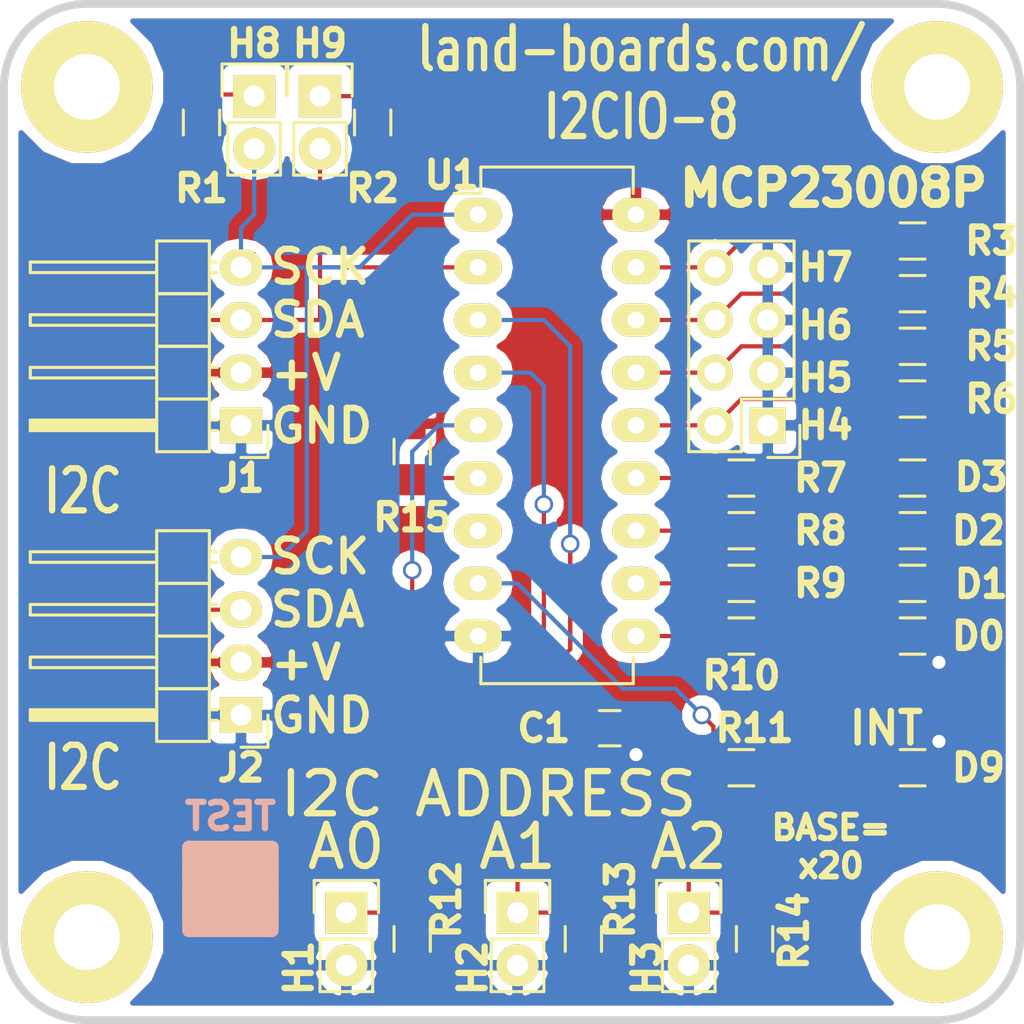
<source format=kicad_pcb>
(kicad_pcb (version 4) (host pcbnew "(after 2015-mar-04 BZR unknown)-product")

  (general
    (links 61)
    (no_connects 0)
    (area -2.293256 -0.190501 51.823257 49.190501)
    (thickness 1.6002)
    (drawings 23)
    (tracks 97)
    (zones 0)
    (modules 35)
    (nets 25)
  )

  (page A4)
  (title_block
    (date "6 jul 2012")
  )

  (layers
    (0 Front signal)
    (31 Back power)
    (36 B.SilkS user)
    (37 F.SilkS user)
    (38 B.Mask user)
    (39 F.Mask user)
    (40 Dwgs.User user)
    (41 Cmts.User user)
    (42 Eco1.User user)
    (43 Eco2.User user)
    (44 Edge.Cuts user)
  )

  (setup
    (last_trace_width 0.2032)
    (trace_clearance 0.254)
    (zone_clearance 0.508)
    (zone_45_only no)
    (trace_min 0.2032)
    (segment_width 0.381)
    (edge_width 0.381)
    (via_size 0.889)
    (via_drill 0.635)
    (via_min_size 0.889)
    (via_min_drill 0.508)
    (uvia_size 0.508)
    (uvia_drill 0.127)
    (uvias_allowed no)
    (uvia_min_size 0.508)
    (uvia_min_drill 0.127)
    (pcb_text_width 0.3048)
    (pcb_text_size 1.524 2.032)
    (mod_edge_width 0.381)
    (mod_text_size 1.27 1.27)
    (mod_text_width 0.3048)
    (pad_size 1.524 1.524)
    (pad_drill 0.8128)
    (pad_to_mask_clearance 0.254)
    (aux_axis_origin 0 0)
    (visible_elements 7FFFFF7F)
    (pcbplotparams
      (layerselection 0x010f0_80000001)
      (usegerberextensions true)
      (excludeedgelayer true)
      (linewidth 0.150000)
      (plotframeref false)
      (viasonmask false)
      (mode 1)
      (useauxorigin false)
      (hpglpennumber 1)
      (hpglpenspeed 20)
      (hpglpendiameter 15)
      (hpglpenoverlay 0)
      (psnegative false)
      (psa4output false)
      (plotreference true)
      (plotvalue true)
      (plotinvisibletext false)
      (padsonsilk false)
      (subtractmaskfromsilk false)
      (outputformat 1)
      (mirror false)
      (drillshape 0)
      (scaleselection 1)
      (outputdirectory plots/))
  )

  (net 0 "")
  (net 1 +5V)
  (net 2 /A0)
  (net 3 /A1)
  (net 4 /A2)
  (net 5 /RST)
  (net 6 /SCK)
  (net 7 /SDA)
  (net 8 GND)
  (net 9 "Net-(D1-Pad1)")
  (net 10 "Net-(D2-Pad1)")
  (net 11 "Net-(D3-Pad1)")
  (net 12 "Net-(D9-Pad1)")
  (net 13 "Net-(R7-Pad2)")
  (net 14 "Net-(R8-Pad2)")
  (net 15 "Net-(R9-Pad2)")
  (net 16 "Net-(R10-Pad2)")
  (net 17 "Net-(R11-Pad2)")
  (net 18 "Net-(D0-Pad1)")
  (net 19 "Net-(H4-Pad1)")
  (net 20 "Net-(H5-Pad1)")
  (net 21 "Net-(H6-Pad2)")
  (net 22 "Net-(H6-Pad4)")
  (net 23 "Net-(H6-Pad6)")
  (net 24 "Net-(H6-Pad8)")

  (net_class Default "This is the default net class."
    (clearance 0.254)
    (trace_width 0.2032)
    (via_dia 0.889)
    (via_drill 0.635)
    (uvia_dia 0.508)
    (uvia_drill 0.127)
    (add_net +5V)
    (add_net /A0)
    (add_net /A1)
    (add_net /A2)
    (add_net /RST)
    (add_net /SCK)
    (add_net /SDA)
    (add_net GND)
    (add_net "Net-(D0-Pad1)")
    (add_net "Net-(D1-Pad1)")
    (add_net "Net-(D2-Pad1)")
    (add_net "Net-(D3-Pad1)")
    (add_net "Net-(D9-Pad1)")
    (add_net "Net-(H4-Pad1)")
    (add_net "Net-(H5-Pad1)")
    (add_net "Net-(H6-Pad2)")
    (add_net "Net-(H6-Pad4)")
    (add_net "Net-(H6-Pad6)")
    (add_net "Net-(H6-Pad8)")
    (add_net "Net-(R10-Pad2)")
    (add_net "Net-(R11-Pad2)")
    (add_net "Net-(R7-Pad2)")
    (add_net "Net-(R8-Pad2)")
    (add_net "Net-(R9-Pad2)")
  )

  (module Housings_DIP:DIP-18_W7.62mm_LongPads (layer Front) (tedit 561BBC0B) (tstamp 561BAF3C)
    (at 22.86 10.16)
    (descr "18-lead dip package, row spacing 7.62 mm (300 mils), longer pads")
    (tags "dil dip 2.54 300")
    (path /4FECA226)
    (fp_text reference U1 (at -1.27 -1.905) (layer F.SilkS)
      (effects (font (size 1.27 1.27) (thickness 0.3048)))
    )
    (fp_text value MCP23008P (at 0 -3.72) (layer F.SilkS) hide
      (effects (font (size 1 1) (thickness 0.15)))
    )
    (fp_line (start -1.4 -2.45) (end -1.4 22.8) (layer F.CrtYd) (width 0.05))
    (fp_line (start 9 -2.45) (end 9 22.8) (layer F.CrtYd) (width 0.05))
    (fp_line (start -1.4 -2.45) (end 9 -2.45) (layer F.CrtYd) (width 0.05))
    (fp_line (start -1.4 22.8) (end 9 22.8) (layer F.CrtYd) (width 0.05))
    (fp_line (start 0.135 -2.295) (end 0.135 -1.025) (layer F.SilkS) (width 0.15))
    (fp_line (start 7.485 -2.295) (end 7.485 -1.025) (layer F.SilkS) (width 0.15))
    (fp_line (start 7.485 22.615) (end 7.485 21.345) (layer F.SilkS) (width 0.15))
    (fp_line (start 0.135 22.615) (end 0.135 21.345) (layer F.SilkS) (width 0.15))
    (fp_line (start 0.135 -2.295) (end 7.485 -2.295) (layer F.SilkS) (width 0.15))
    (fp_line (start 0.135 22.615) (end 7.485 22.615) (layer F.SilkS) (width 0.15))
    (fp_line (start 0.135 -1.025) (end -1.15 -1.025) (layer F.SilkS) (width 0.15))
    (pad 1 thru_hole oval (at 0 0) (size 2.3 1.6) (drill 0.8) (layers *.Cu *.Mask F.SilkS)
      (net 6 /SCK))
    (pad 2 thru_hole oval (at 0 2.54) (size 2.3 1.6) (drill 0.8) (layers *.Cu *.Mask F.SilkS)
      (net 7 /SDA))
    (pad 3 thru_hole oval (at 0 5.08) (size 2.3 1.6) (drill 0.8) (layers *.Cu *.Mask F.SilkS)
      (net 4 /A2))
    (pad 4 thru_hole oval (at 0 7.62) (size 2.3 1.6) (drill 0.8) (layers *.Cu *.Mask F.SilkS)
      (net 3 /A1))
    (pad 5 thru_hole oval (at 0 10.16) (size 2.3 1.6) (drill 0.8) (layers *.Cu *.Mask F.SilkS)
      (net 2 /A0))
    (pad 6 thru_hole oval (at 0 12.7) (size 2.3 1.6) (drill 0.8) (layers *.Cu *.Mask F.SilkS)
      (net 5 /RST))
    (pad 7 thru_hole oval (at 0 15.24) (size 2.3 1.6) (drill 0.8) (layers *.Cu *.Mask F.SilkS))
    (pad 8 thru_hole oval (at 0 17.78) (size 2.3 1.6) (drill 0.8) (layers *.Cu *.Mask F.SilkS)
      (net 17 "Net-(R11-Pad2)"))
    (pad 9 thru_hole oval (at 0 20.32) (size 2.3 1.6) (drill 0.8) (layers *.Cu *.Mask F.SilkS)
      (net 8 GND))
    (pad 10 thru_hole oval (at 7.62 20.32) (size 2.3 1.6) (drill 0.8) (layers *.Cu *.Mask F.SilkS)
      (net 16 "Net-(R10-Pad2)"))
    (pad 11 thru_hole oval (at 7.62 17.78) (size 2.3 1.6) (drill 0.8) (layers *.Cu *.Mask F.SilkS)
      (net 15 "Net-(R9-Pad2)"))
    (pad 12 thru_hole oval (at 7.62 15.24) (size 2.3 1.6) (drill 0.8) (layers *.Cu *.Mask F.SilkS)
      (net 14 "Net-(R8-Pad2)"))
    (pad 13 thru_hole oval (at 7.62 12.7) (size 2.3 1.6) (drill 0.8) (layers *.Cu *.Mask F.SilkS)
      (net 13 "Net-(R7-Pad2)"))
    (pad 14 thru_hole oval (at 7.62 10.16) (size 2.3 1.6) (drill 0.8) (layers *.Cu *.Mask F.SilkS)
      (net 21 "Net-(H6-Pad2)"))
    (pad 15 thru_hole oval (at 7.62 7.62) (size 2.3 1.6) (drill 0.8) (layers *.Cu *.Mask F.SilkS)
      (net 22 "Net-(H6-Pad4)"))
    (pad 16 thru_hole oval (at 7.62 5.08) (size 2.3 1.6) (drill 0.8) (layers *.Cu *.Mask F.SilkS)
      (net 23 "Net-(H6-Pad6)"))
    (pad 17 thru_hole oval (at 7.62 2.54) (size 2.3 1.6) (drill 0.8) (layers *.Cu *.Mask F.SilkS)
      (net 24 "Net-(H6-Pad8)"))
    (pad 18 thru_hole oval (at 7.62 0) (size 2.3 1.6) (drill 0.8) (layers *.Cu *.Mask F.SilkS)
      (net 1 +5V))
    (model Housings_DIP.3dshapes/DIP-18_W7.62mm_LongPads.wrl
      (at (xyz 0 0 0))
      (scale (xyz 1 1 1))
      (rotate (xyz 0 0 0))
    )
  )

  (module Resistors_SMD:R_0805_HandSoldering (layer Front) (tedit 561BBAC2) (tstamp 561BADE4)
    (at 43.815 36.83)
    (descr "Resistor SMD 0805, hand soldering")
    (tags "resistor 0805")
    (path /561BE824)
    (attr smd)
    (fp_text reference D9 (at 3.175 0) (layer F.SilkS)
      (effects (font (size 1.27 1.27) (thickness 0.3048)))
    )
    (fp_text value LED (at 0 2.1) (layer Eco1.User) hide
      (effects (font (size 1 1) (thickness 0.15)))
    )
    (fp_line (start -2.4 -1) (end 2.4 -1) (layer F.CrtYd) (width 0.05))
    (fp_line (start -2.4 1) (end 2.4 1) (layer F.CrtYd) (width 0.05))
    (fp_line (start -2.4 -1) (end -2.4 1) (layer F.CrtYd) (width 0.05))
    (fp_line (start 2.4 -1) (end 2.4 1) (layer F.CrtYd) (width 0.05))
    (fp_line (start 0.6 0.875) (end -0.6 0.875) (layer F.SilkS) (width 0.15))
    (fp_line (start -0.6 -0.875) (end 0.6 -0.875) (layer F.SilkS) (width 0.15))
    (pad 1 smd rect (at -1.35 0) (size 1.5 1.3) (layers Front F.Mask)
      (net 12 "Net-(D9-Pad1)"))
    (pad 2 smd rect (at 1.35 0) (size 1.5 1.3) (layers Front F.Mask)
      (net 8 GND))
    (model Resistors_SMD.3dshapes/R_0805_HandSoldering.wrl
      (at (xyz 0 0 0))
      (scale (xyz 1 1 1))
      (rotate (xyz 0 0 0))
    )
  )

  (module Resistors_SMD:R_0805_HandSoldering (layer Front) (tedit 561BD0F4) (tstamp 561BAE20)
    (at 43.815 22.86)
    (descr "Resistor SMD 0805, hand soldering")
    (tags "resistor 0805")
    (path /561BBEC6)
    (attr smd)
    (fp_text reference D3 (at 3.31 -0.045) (layer F.SilkS)
      (effects (font (size 1.27 1.27) (thickness 0.3048)))
    )
    (fp_text value LED (at 0 2.1) (layer Eco1.User) hide
      (effects (font (size 1 1) (thickness 0.15)))
    )
    (fp_line (start -2.4 -1) (end 2.4 -1) (layer F.CrtYd) (width 0.05))
    (fp_line (start -2.4 1) (end 2.4 1) (layer F.CrtYd) (width 0.05))
    (fp_line (start -2.4 -1) (end -2.4 1) (layer F.CrtYd) (width 0.05))
    (fp_line (start 2.4 -1) (end 2.4 1) (layer F.CrtYd) (width 0.05))
    (fp_line (start 0.6 0.875) (end -0.6 0.875) (layer F.SilkS) (width 0.15))
    (fp_line (start -0.6 -0.875) (end 0.6 -0.875) (layer F.SilkS) (width 0.15))
    (pad 1 smd rect (at -1.35 0) (size 1.5 1.3) (layers Front F.Mask)
      (net 11 "Net-(D3-Pad1)"))
    (pad 2 smd rect (at 1.35 0) (size 1.5 1.3) (layers Front F.Mask)
      (net 8 GND))
    (model Resistors_SMD.3dshapes/R_0805_HandSoldering.wrl
      (at (xyz 0 0 0))
      (scale (xyz 1 1 1))
      (rotate (xyz 0 0 0))
    )
  )

  (module Resistors_SMD:R_0805_HandSoldering (layer Front) (tedit 561BD0E4) (tstamp 561BAE2C)
    (at 43.815 25.4)
    (descr "Resistor SMD 0805, hand soldering")
    (tags "resistor 0805")
    (path /561BBED2)
    (attr smd)
    (fp_text reference D2 (at 3.175 0) (layer F.SilkS)
      (effects (font (size 1.27 1.27) (thickness 0.3048)))
    )
    (fp_text value LED (at 0 2.1) (layer Eco1.User) hide
      (effects (font (size 1 1) (thickness 0.15)))
    )
    (fp_line (start -2.4 -1) (end 2.4 -1) (layer F.CrtYd) (width 0.05))
    (fp_line (start -2.4 1) (end 2.4 1) (layer F.CrtYd) (width 0.05))
    (fp_line (start -2.4 -1) (end -2.4 1) (layer F.CrtYd) (width 0.05))
    (fp_line (start 2.4 -1) (end 2.4 1) (layer F.CrtYd) (width 0.05))
    (fp_line (start 0.6 0.875) (end -0.6 0.875) (layer F.SilkS) (width 0.15))
    (fp_line (start -0.6 -0.875) (end 0.6 -0.875) (layer F.SilkS) (width 0.15))
    (pad 1 smd rect (at -1.35 0) (size 1.5 1.3) (layers Front F.Mask)
      (net 10 "Net-(D2-Pad1)"))
    (pad 2 smd rect (at 1.35 0) (size 1.5 1.3) (layers Front F.Mask)
      (net 8 GND))
    (model Resistors_SMD.3dshapes/R_0805_HandSoldering.wrl
      (at (xyz 0 0 0))
      (scale (xyz 1 1 1))
      (rotate (xyz 0 0 0))
    )
  )

  (module Resistors_SMD:R_0805_HandSoldering (layer Front) (tedit 561BD0D6) (tstamp 561BAE38)
    (at 43.815 27.94)
    (descr "Resistor SMD 0805, hand soldering")
    (tags "resistor 0805")
    (path /561BBEDE)
    (attr smd)
    (fp_text reference D1 (at 3.31 0.035) (layer F.SilkS)
      (effects (font (size 1.27 1.27) (thickness 0.3048)))
    )
    (fp_text value LED (at 0 2.1) (layer Eco1.User) hide
      (effects (font (size 1 1) (thickness 0.15)))
    )
    (fp_line (start -2.4 -1) (end 2.4 -1) (layer F.CrtYd) (width 0.05))
    (fp_line (start -2.4 1) (end 2.4 1) (layer F.CrtYd) (width 0.05))
    (fp_line (start -2.4 -1) (end -2.4 1) (layer F.CrtYd) (width 0.05))
    (fp_line (start 2.4 -1) (end 2.4 1) (layer F.CrtYd) (width 0.05))
    (fp_line (start 0.6 0.875) (end -0.6 0.875) (layer F.SilkS) (width 0.15))
    (fp_line (start -0.6 -0.875) (end 0.6 -0.875) (layer F.SilkS) (width 0.15))
    (pad 1 smd rect (at -1.35 0) (size 1.5 1.3) (layers Front F.Mask)
      (net 9 "Net-(D1-Pad1)"))
    (pad 2 smd rect (at 1.35 0) (size 1.5 1.3) (layers Front F.Mask)
      (net 8 GND))
    (model Resistors_SMD.3dshapes/R_0805_HandSoldering.wrl
      (at (xyz 0 0 0))
      (scale (xyz 1 1 1))
      (rotate (xyz 0 0 0))
    )
  )

  (module Resistors_SMD:R_0805_HandSoldering (layer Front) (tedit 561BD0C5) (tstamp 561BAE44)
    (at 43.815 30.48)
    (descr "Resistor SMD 0805, hand soldering")
    (tags "resistor 0805")
    (path /561BBEEA)
    (attr smd)
    (fp_text reference D0 (at 3.175 0) (layer F.SilkS)
      (effects (font (size 1.27 1.27) (thickness 0.3048)))
    )
    (fp_text value LED (at 0 2.1) (layer Eco1.User) hide
      (effects (font (size 1 1) (thickness 0.15)))
    )
    (fp_line (start -2.4 -1) (end 2.4 -1) (layer F.CrtYd) (width 0.05))
    (fp_line (start -2.4 1) (end 2.4 1) (layer F.CrtYd) (width 0.05))
    (fp_line (start -2.4 -1) (end -2.4 1) (layer F.CrtYd) (width 0.05))
    (fp_line (start 2.4 -1) (end 2.4 1) (layer F.CrtYd) (width 0.05))
    (fp_line (start 0.6 0.875) (end -0.6 0.875) (layer F.SilkS) (width 0.15))
    (fp_line (start -0.6 -0.875) (end 0.6 -0.875) (layer F.SilkS) (width 0.15))
    (pad 1 smd rect (at -1.35 0) (size 1.5 1.3) (layers Front F.Mask)
      (net 18 "Net-(D0-Pad1)"))
    (pad 2 smd rect (at 1.35 0) (size 1.5 1.3) (layers Front F.Mask)
      (net 8 GND))
    (model Resistors_SMD.3dshapes/R_0805_HandSoldering.wrl
      (at (xyz 0 0 0))
      (scale (xyz 1 1 1))
      (rotate (xyz 0 0 0))
    )
  )

  (module Pin_Headers:Pin_Header_Straight_1x02 (layer Front) (tedit 561BF86E) (tstamp 561BAE65)
    (at 33.02 43.815)
    (descr "Through hole pin header")
    (tags "pin header")
    (path /4FECA274)
    (fp_text reference H3 (at -2.032 2.667 90) (layer F.SilkS)
      (effects (font (size 1.27 1.27) (thickness 0.3048)))
    )
    (fp_text value CONN_2 (at 0 -3.1) (layer Eco1.User) hide
      (effects (font (size 1 1) (thickness 0.15)))
    )
    (fp_line (start 1.27 1.27) (end 1.27 3.81) (layer F.SilkS) (width 0.15))
    (fp_line (start 1.55 -1.55) (end 1.55 0) (layer F.SilkS) (width 0.15))
    (fp_line (start -1.75 -1.75) (end -1.75 4.3) (layer F.CrtYd) (width 0.05))
    (fp_line (start 1.75 -1.75) (end 1.75 4.3) (layer F.CrtYd) (width 0.05))
    (fp_line (start -1.75 -1.75) (end 1.75 -1.75) (layer F.CrtYd) (width 0.05))
    (fp_line (start -1.75 4.3) (end 1.75 4.3) (layer F.CrtYd) (width 0.05))
    (fp_line (start 1.27 1.27) (end -1.27 1.27) (layer F.SilkS) (width 0.15))
    (fp_line (start -1.55 0) (end -1.55 -1.55) (layer F.SilkS) (width 0.15))
    (fp_line (start -1.55 -1.55) (end 1.55 -1.55) (layer F.SilkS) (width 0.15))
    (fp_line (start -1.27 1.27) (end -1.27 3.81) (layer F.SilkS) (width 0.15))
    (fp_line (start -1.27 3.81) (end 1.27 3.81) (layer F.SilkS) (width 0.15))
    (pad 1 thru_hole rect (at 0 0) (size 2.032 2.032) (drill 1.016) (layers *.Cu *.Mask F.SilkS)
      (net 4 /A2))
    (pad 2 thru_hole oval (at 0 2.54) (size 2.032 2.032) (drill 1.016) (layers *.Cu *.Mask F.SilkS)
      (net 8 GND))
    (model Pin_Headers.3dshapes/Pin_Header_Straight_1x02.wrl
      (at (xyz 0 -0.05 0))
      (scale (xyz 1 1 1))
      (rotate (xyz 0 0 90))
    )
  )

  (module Resistors_SMD:R_0805_HandSoldering (layer Front) (tedit 561BF946) (tstamp 561BAE99)
    (at 19.685 45.085 90)
    (descr "Resistor SMD 0805, hand soldering")
    (tags "resistor 0805")
    (path /4FECA2A4)
    (attr smd)
    (fp_text reference R12 (at 1.905 1.651 270) (layer F.SilkS)
      (effects (font (size 1.27 1.27) (thickness 0.3048)))
    )
    (fp_text value 10K (at 0 2.1 90) (layer F.SilkS) hide
      (effects (font (size 1 1) (thickness 0.15)))
    )
    (fp_line (start -2.4 -1) (end 2.4 -1) (layer F.CrtYd) (width 0.05))
    (fp_line (start -2.4 1) (end 2.4 1) (layer F.CrtYd) (width 0.05))
    (fp_line (start -2.4 -1) (end -2.4 1) (layer F.CrtYd) (width 0.05))
    (fp_line (start 2.4 -1) (end 2.4 1) (layer F.CrtYd) (width 0.05))
    (fp_line (start 0.6 0.875) (end -0.6 0.875) (layer F.SilkS) (width 0.15))
    (fp_line (start -0.6 -0.875) (end 0.6 -0.875) (layer F.SilkS) (width 0.15))
    (pad 1 smd rect (at -1.35 0 90) (size 1.5 1.3) (layers Front F.Mask)
      (net 1 +5V))
    (pad 2 smd rect (at 1.35 0 90) (size 1.5 1.3) (layers Front F.Mask)
      (net 2 /A0))
    (model Resistors_SMD.3dshapes/R_0805_HandSoldering.wrl
      (at (xyz 0 0 0))
      (scale (xyz 1 1 1))
      (rotate (xyz 0 0 0))
    )
  )

  (module Resistors_SMD:R_0805_HandSoldering (layer Front) (tedit 561BF94E) (tstamp 561BAEA4)
    (at 27.94 45.085 90)
    (descr "Resistor SMD 0805, hand soldering")
    (tags "resistor 0805")
    (path /4FECA2AC)
    (attr smd)
    (fp_text reference R13 (at 1.905 1.778 270) (layer F.SilkS)
      (effects (font (size 1.27 1.27) (thickness 0.3048)))
    )
    (fp_text value 10K (at 0 2.1 90) (layer F.SilkS) hide
      (effects (font (size 1 1) (thickness 0.15)))
    )
    (fp_line (start -2.4 -1) (end 2.4 -1) (layer F.CrtYd) (width 0.05))
    (fp_line (start -2.4 1) (end 2.4 1) (layer F.CrtYd) (width 0.05))
    (fp_line (start -2.4 -1) (end -2.4 1) (layer F.CrtYd) (width 0.05))
    (fp_line (start 2.4 -1) (end 2.4 1) (layer F.CrtYd) (width 0.05))
    (fp_line (start 0.6 0.875) (end -0.6 0.875) (layer F.SilkS) (width 0.15))
    (fp_line (start -0.6 -0.875) (end 0.6 -0.875) (layer F.SilkS) (width 0.15))
    (pad 1 smd rect (at -1.35 0 90) (size 1.5 1.3) (layers Front F.Mask)
      (net 1 +5V))
    (pad 2 smd rect (at 1.35 0 90) (size 1.5 1.3) (layers Front F.Mask)
      (net 3 /A1))
    (model Resistors_SMD.3dshapes/R_0805_HandSoldering.wrl
      (at (xyz 0 0 0))
      (scale (xyz 1 1 1))
      (rotate (xyz 0 0 0))
    )
  )

  (module Resistors_SMD:R_0805_HandSoldering (layer Front) (tedit 561BF955) (tstamp 561BAEAF)
    (at 36.195 45.085 90)
    (descr "Resistor SMD 0805, hand soldering")
    (tags "resistor 0805")
    (path /4FECA2B1)
    (attr smd)
    (fp_text reference R14 (at 0.381 1.905 270) (layer F.SilkS)
      (effects (font (size 1.27 1.27) (thickness 0.3048)))
    )
    (fp_text value 10K (at 0 2.1 90) (layer Eco1.User) hide
      (effects (font (size 1 1) (thickness 0.15)))
    )
    (fp_line (start -2.4 -1) (end 2.4 -1) (layer F.CrtYd) (width 0.05))
    (fp_line (start -2.4 1) (end 2.4 1) (layer F.CrtYd) (width 0.05))
    (fp_line (start -2.4 -1) (end -2.4 1) (layer F.CrtYd) (width 0.05))
    (fp_line (start 2.4 -1) (end 2.4 1) (layer F.CrtYd) (width 0.05))
    (fp_line (start 0.6 0.875) (end -0.6 0.875) (layer F.SilkS) (width 0.15))
    (fp_line (start -0.6 -0.875) (end 0.6 -0.875) (layer F.SilkS) (width 0.15))
    (pad 1 smd rect (at -1.35 0 90) (size 1.5 1.3) (layers Front F.Mask)
      (net 1 +5V))
    (pad 2 smd rect (at 1.35 0 90) (size 1.5 1.3) (layers Front F.Mask)
      (net 4 /A2))
    (model Resistors_SMD.3dshapes/R_0805_HandSoldering.wrl
      (at (xyz 0 0 0))
      (scale (xyz 1 1 1))
      (rotate (xyz 0 0 0))
    )
  )

  (module Resistors_SMD:R_0805_HandSoldering (layer Front) (tedit 561BE370) (tstamp 561BAEBA)
    (at 9.525 5.715 90)
    (descr "Resistor SMD 0805, hand soldering")
    (tags "resistor 0805")
    (path /4FECA501)
    (attr smd)
    (fp_text reference R1 (at -3.175 0 180) (layer F.SilkS)
      (effects (font (size 1.27 1.27) (thickness 0.3048)))
    )
    (fp_text value 10K (at 0 2.1 90) (layer Eco1.User) hide
      (effects (font (size 1 1) (thickness 0.15)))
    )
    (fp_line (start -2.4 -1) (end 2.4 -1) (layer F.CrtYd) (width 0.05))
    (fp_line (start -2.4 1) (end 2.4 1) (layer F.CrtYd) (width 0.05))
    (fp_line (start -2.4 -1) (end -2.4 1) (layer F.CrtYd) (width 0.05))
    (fp_line (start 2.4 -1) (end 2.4 1) (layer F.CrtYd) (width 0.05))
    (fp_line (start 0.6 0.875) (end -0.6 0.875) (layer F.SilkS) (width 0.15))
    (fp_line (start -0.6 -0.875) (end 0.6 -0.875) (layer F.SilkS) (width 0.15))
    (pad 1 smd rect (at -1.35 0 90) (size 1.5 1.3) (layers Front F.Mask)
      (net 1 +5V))
    (pad 2 smd rect (at 1.35 0 90) (size 1.5 1.3) (layers Front F.Mask)
      (net 19 "Net-(H4-Pad1)"))
    (model Resistors_SMD.3dshapes/R_0805_HandSoldering.wrl
      (at (xyz 0 0 0))
      (scale (xyz 1 1 1))
      (rotate (xyz 0 0 0))
    )
  )

  (module Resistors_SMD:R_0805_HandSoldering (layer Front) (tedit 561BE373) (tstamp 561BAEC5)
    (at 17.78 5.715 90)
    (descr "Resistor SMD 0805, hand soldering")
    (tags "resistor 0805")
    (path /4FECA4FB)
    (attr smd)
    (fp_text reference R2 (at -3.175 0 180) (layer F.SilkS)
      (effects (font (size 1.27 1.27) (thickness 0.3048)))
    )
    (fp_text value 10K (at 0 2.1 90) (layer Eco1.User) hide
      (effects (font (size 1 1) (thickness 0.15)))
    )
    (fp_line (start -2.4 -1) (end 2.4 -1) (layer F.CrtYd) (width 0.05))
    (fp_line (start -2.4 1) (end 2.4 1) (layer F.CrtYd) (width 0.05))
    (fp_line (start -2.4 -1) (end -2.4 1) (layer F.CrtYd) (width 0.05))
    (fp_line (start 2.4 -1) (end 2.4 1) (layer F.CrtYd) (width 0.05))
    (fp_line (start 0.6 0.875) (end -0.6 0.875) (layer F.SilkS) (width 0.15))
    (fp_line (start -0.6 -0.875) (end 0.6 -0.875) (layer F.SilkS) (width 0.15))
    (pad 1 smd rect (at -1.35 0 90) (size 1.5 1.3) (layers Front F.Mask)
      (net 1 +5V))
    (pad 2 smd rect (at 1.35 0 90) (size 1.5 1.3) (layers Front F.Mask)
      (net 20 "Net-(H5-Pad1)"))
    (model Resistors_SMD.3dshapes/R_0805_HandSoldering.wrl
      (at (xyz 0 0 0))
      (scale (xyz 1 1 1))
      (rotate (xyz 0 0 0))
    )
  )

  (module Resistors_SMD:R_0805_HandSoldering (layer Front) (tedit 561BE413) (tstamp 561BAEDB)
    (at 35.56 36.83 180)
    (descr "Resistor SMD 0805, hand soldering")
    (tags "resistor 0805")
    (path /561BE81E)
    (attr smd)
    (fp_text reference R11 (at -0.635 1.905 180) (layer F.SilkS)
      (effects (font (size 1.27 1.27) (thickness 0.3048)))
    )
    (fp_text value 330 (at 0 2.1 180) (layer Eco1.User) hide
      (effects (font (size 1 1) (thickness 0.15)))
    )
    (fp_line (start -2.4 -1) (end 2.4 -1) (layer F.CrtYd) (width 0.05))
    (fp_line (start -2.4 1) (end 2.4 1) (layer F.CrtYd) (width 0.05))
    (fp_line (start -2.4 -1) (end -2.4 1) (layer F.CrtYd) (width 0.05))
    (fp_line (start 2.4 -1) (end 2.4 1) (layer F.CrtYd) (width 0.05))
    (fp_line (start 0.6 0.875) (end -0.6 0.875) (layer F.SilkS) (width 0.15))
    (fp_line (start -0.6 -0.875) (end 0.6 -0.875) (layer F.SilkS) (width 0.15))
    (pad 1 smd rect (at -1.35 0 180) (size 1.5 1.3) (layers Front F.Mask)
      (net 12 "Net-(D9-Pad1)"))
    (pad 2 smd rect (at 1.35 0 180) (size 1.5 1.3) (layers Front F.Mask)
      (net 17 "Net-(R11-Pad2)"))
    (model Resistors_SMD.3dshapes/R_0805_HandSoldering.wrl
      (at (xyz 0 0 0))
      (scale (xyz 1 1 1))
      (rotate (xyz 0 0 0))
    )
  )

  (module Resistors_SMD:R_0805_HandSoldering (layer Front) (tedit 561BEA8C) (tstamp 561BAEE7)
    (at 43.815 11.43)
    (descr "Resistor SMD 0805, hand soldering")
    (tags "resistor 0805")
    (path /561BB3BC)
    (attr smd)
    (fp_text reference R3 (at 3.81 0) (layer F.SilkS)
      (effects (font (size 1.27 1.27) (thickness 0.3048)))
    )
    (fp_text value 330 (at 0 2.1) (layer Eco1.User) hide
      (effects (font (size 1 1) (thickness 0.15)))
    )
    (fp_line (start -2.4 -1) (end 2.4 -1) (layer F.CrtYd) (width 0.05))
    (fp_line (start -2.4 1) (end 2.4 1) (layer F.CrtYd) (width 0.05))
    (fp_line (start -2.4 -1) (end -2.4 1) (layer F.CrtYd) (width 0.05))
    (fp_line (start 2.4 -1) (end 2.4 1) (layer F.CrtYd) (width 0.05))
    (fp_line (start 0.6 0.875) (end -0.6 0.875) (layer F.SilkS) (width 0.15))
    (fp_line (start -0.6 -0.875) (end 0.6 -0.875) (layer F.SilkS) (width 0.15))
    (pad 1 smd rect (at -1.35 0) (size 1.5 1.3) (layers Front F.Mask)
      (net 24 "Net-(H6-Pad8)"))
    (pad 2 smd rect (at 1.35 0) (size 1.5 1.3) (layers Front F.Mask)
      (net 1 +5V))
    (model Resistors_SMD.3dshapes/R_0805_HandSoldering.wrl
      (at (xyz 0 0 0))
      (scale (xyz 1 1 1))
      (rotate (xyz 0 0 0))
    )
  )

  (module Resistors_SMD:R_0805_HandSoldering (layer Front) (tedit 561BEA90) (tstamp 561BAEF3)
    (at 43.815 13.97)
    (descr "Resistor SMD 0805, hand soldering")
    (tags "resistor 0805")
    (path /561BB8B6)
    (attr smd)
    (fp_text reference R4 (at 3.81 0) (layer F.SilkS)
      (effects (font (size 1.27 1.27) (thickness 0.3048)))
    )
    (fp_text value 330 (at 0 2.1) (layer Eco1.User) hide
      (effects (font (size 1 1) (thickness 0.15)))
    )
    (fp_line (start -2.4 -1) (end 2.4 -1) (layer F.CrtYd) (width 0.05))
    (fp_line (start -2.4 1) (end 2.4 1) (layer F.CrtYd) (width 0.05))
    (fp_line (start -2.4 -1) (end -2.4 1) (layer F.CrtYd) (width 0.05))
    (fp_line (start 2.4 -1) (end 2.4 1) (layer F.CrtYd) (width 0.05))
    (fp_line (start 0.6 0.875) (end -0.6 0.875) (layer F.SilkS) (width 0.15))
    (fp_line (start -0.6 -0.875) (end 0.6 -0.875) (layer F.SilkS) (width 0.15))
    (pad 1 smd rect (at -1.35 0) (size 1.5 1.3) (layers Front F.Mask)
      (net 23 "Net-(H6-Pad6)"))
    (pad 2 smd rect (at 1.35 0) (size 1.5 1.3) (layers Front F.Mask)
      (net 1 +5V))
    (model Resistors_SMD.3dshapes/R_0805_HandSoldering.wrl
      (at (xyz 0 0 0))
      (scale (xyz 1 1 1))
      (rotate (xyz 0 0 0))
    )
  )

  (module Resistors_SMD:R_0805_HandSoldering (layer Front) (tedit 561BEA93) (tstamp 561BAEFF)
    (at 43.815 16.51)
    (descr "Resistor SMD 0805, hand soldering")
    (tags "resistor 0805")
    (path /561BB9D6)
    (attr smd)
    (fp_text reference R5 (at 3.81 0) (layer F.SilkS)
      (effects (font (size 1.27 1.27) (thickness 0.3048)))
    )
    (fp_text value 330 (at 0 2.1) (layer Eco1.User) hide
      (effects (font (size 1 1) (thickness 0.15)))
    )
    (fp_line (start -2.4 -1) (end 2.4 -1) (layer F.CrtYd) (width 0.05))
    (fp_line (start -2.4 1) (end 2.4 1) (layer F.CrtYd) (width 0.05))
    (fp_line (start -2.4 -1) (end -2.4 1) (layer F.CrtYd) (width 0.05))
    (fp_line (start 2.4 -1) (end 2.4 1) (layer F.CrtYd) (width 0.05))
    (fp_line (start 0.6 0.875) (end -0.6 0.875) (layer F.SilkS) (width 0.15))
    (fp_line (start -0.6 -0.875) (end 0.6 -0.875) (layer F.SilkS) (width 0.15))
    (pad 1 smd rect (at -1.35 0) (size 1.5 1.3) (layers Front F.Mask)
      (net 22 "Net-(H6-Pad4)"))
    (pad 2 smd rect (at 1.35 0) (size 1.5 1.3) (layers Front F.Mask)
      (net 1 +5V))
    (model Resistors_SMD.3dshapes/R_0805_HandSoldering.wrl
      (at (xyz 0 0 0))
      (scale (xyz 1 1 1))
      (rotate (xyz 0 0 0))
    )
  )

  (module Resistors_SMD:R_0805_HandSoldering (layer Front) (tedit 561BEA9A) (tstamp 561BAF0B)
    (at 43.815 19.05)
    (descr "Resistor SMD 0805, hand soldering")
    (tags "resistor 0805")
    (path /561BB9E2)
    (attr smd)
    (fp_text reference R6 (at 3.81 0) (layer F.SilkS)
      (effects (font (size 1.27 1.27) (thickness 0.3048)))
    )
    (fp_text value 330 (at 0 2.1) (layer Eco1.User) hide
      (effects (font (size 1 1) (thickness 0.15)))
    )
    (fp_line (start -2.4 -1) (end 2.4 -1) (layer F.CrtYd) (width 0.05))
    (fp_line (start -2.4 1) (end 2.4 1) (layer F.CrtYd) (width 0.05))
    (fp_line (start -2.4 -1) (end -2.4 1) (layer F.CrtYd) (width 0.05))
    (fp_line (start 2.4 -1) (end 2.4 1) (layer F.CrtYd) (width 0.05))
    (fp_line (start 0.6 0.875) (end -0.6 0.875) (layer F.SilkS) (width 0.15))
    (fp_line (start -0.6 -0.875) (end 0.6 -0.875) (layer F.SilkS) (width 0.15))
    (pad 1 smd rect (at -1.35 0) (size 1.5 1.3) (layers Front F.Mask)
      (net 21 "Net-(H6-Pad2)"))
    (pad 2 smd rect (at 1.35 0) (size 1.5 1.3) (layers Front F.Mask)
      (net 1 +5V))
    (model Resistors_SMD.3dshapes/R_0805_HandSoldering.wrl
      (at (xyz 0 0 0))
      (scale (xyz 1 1 1))
      (rotate (xyz 0 0 0))
    )
  )

  (module Resistors_SMD:R_0805_HandSoldering (layer Front) (tedit 561BE3D9) (tstamp 561BAF17)
    (at 35.56 22.86 180)
    (descr "Resistor SMD 0805, hand soldering")
    (tags "resistor 0805")
    (path /561BBEC0)
    (attr smd)
    (fp_text reference R7 (at -3.81 0 180) (layer F.SilkS)
      (effects (font (size 1.27 1.27) (thickness 0.3048)))
    )
    (fp_text value 330 (at 0 2.1 180) (layer Eco1.User) hide
      (effects (font (size 1 1) (thickness 0.15)))
    )
    (fp_line (start -2.4 -1) (end 2.4 -1) (layer F.CrtYd) (width 0.05))
    (fp_line (start -2.4 1) (end 2.4 1) (layer F.CrtYd) (width 0.05))
    (fp_line (start -2.4 -1) (end -2.4 1) (layer F.CrtYd) (width 0.05))
    (fp_line (start 2.4 -1) (end 2.4 1) (layer F.CrtYd) (width 0.05))
    (fp_line (start 0.6 0.875) (end -0.6 0.875) (layer F.SilkS) (width 0.15))
    (fp_line (start -0.6 -0.875) (end 0.6 -0.875) (layer F.SilkS) (width 0.15))
    (pad 1 smd rect (at -1.35 0 180) (size 1.5 1.3) (layers Front F.Mask)
      (net 11 "Net-(D3-Pad1)"))
    (pad 2 smd rect (at 1.35 0 180) (size 1.5 1.3) (layers Front F.Mask)
      (net 13 "Net-(R7-Pad2)"))
    (model Resistors_SMD.3dshapes/R_0805_HandSoldering.wrl
      (at (xyz 0 0 0))
      (scale (xyz 1 1 1))
      (rotate (xyz 0 0 0))
    )
  )

  (module Resistors_SMD:R_0805_HandSoldering (layer Front) (tedit 561BE3E3) (tstamp 561BAF23)
    (at 35.56 25.4 180)
    (descr "Resistor SMD 0805, hand soldering")
    (tags "resistor 0805")
    (path /561BBECC)
    (attr smd)
    (fp_text reference R8 (at -3.81 0 180) (layer F.SilkS)
      (effects (font (size 1.27 1.27) (thickness 0.3048)))
    )
    (fp_text value 330 (at 0 2.1 180) (layer Eco1.User) hide
      (effects (font (size 1 1) (thickness 0.15)))
    )
    (fp_line (start -2.4 -1) (end 2.4 -1) (layer F.CrtYd) (width 0.05))
    (fp_line (start -2.4 1) (end 2.4 1) (layer F.CrtYd) (width 0.05))
    (fp_line (start -2.4 -1) (end -2.4 1) (layer F.CrtYd) (width 0.05))
    (fp_line (start 2.4 -1) (end 2.4 1) (layer F.CrtYd) (width 0.05))
    (fp_line (start 0.6 0.875) (end -0.6 0.875) (layer F.SilkS) (width 0.15))
    (fp_line (start -0.6 -0.875) (end 0.6 -0.875) (layer F.SilkS) (width 0.15))
    (pad 1 smd rect (at -1.35 0 180) (size 1.5 1.3) (layers Front F.Mask)
      (net 10 "Net-(D2-Pad1)"))
    (pad 2 smd rect (at 1.35 0 180) (size 1.5 1.3) (layers Front F.Mask)
      (net 14 "Net-(R8-Pad2)"))
    (model Resistors_SMD.3dshapes/R_0805_HandSoldering.wrl
      (at (xyz 0 0 0))
      (scale (xyz 1 1 1))
      (rotate (xyz 0 0 0))
    )
  )

  (module Resistors_SMD:R_0805_HandSoldering (layer Front) (tedit 561BE3EB) (tstamp 561BAF2F)
    (at 35.56 27.94 180)
    (descr "Resistor SMD 0805, hand soldering")
    (tags "resistor 0805")
    (path /561BBED8)
    (attr smd)
    (fp_text reference R9 (at -3.81 0 180) (layer F.SilkS)
      (effects (font (size 1.27 1.27) (thickness 0.3048)))
    )
    (fp_text value 330 (at 0 2.1 180) (layer F.SilkS) hide
      (effects (font (size 1 1) (thickness 0.15)))
    )
    (fp_line (start -2.4 -1) (end 2.4 -1) (layer F.CrtYd) (width 0.05))
    (fp_line (start -2.4 1) (end 2.4 1) (layer F.CrtYd) (width 0.05))
    (fp_line (start -2.4 -1) (end -2.4 1) (layer F.CrtYd) (width 0.05))
    (fp_line (start 2.4 -1) (end 2.4 1) (layer F.CrtYd) (width 0.05))
    (fp_line (start 0.6 0.875) (end -0.6 0.875) (layer F.SilkS) (width 0.15))
    (fp_line (start -0.6 -0.875) (end 0.6 -0.875) (layer F.SilkS) (width 0.15))
    (pad 1 smd rect (at -1.35 0 180) (size 1.5 1.3) (layers Front F.Mask)
      (net 9 "Net-(D1-Pad1)"))
    (pad 2 smd rect (at 1.35 0 180) (size 1.5 1.3) (layers Front F.Mask)
      (net 15 "Net-(R9-Pad2)"))
    (model Resistors_SMD.3dshapes/R_0805_HandSoldering.wrl
      (at (xyz 0 0 0))
      (scale (xyz 1 1 1))
      (rotate (xyz 0 0 0))
    )
  )

  (module Resistors_SMD:R_0805_HandSoldering (layer Front) (tedit 561BE40F) (tstamp 561BAF3B)
    (at 35.56 30.48 180)
    (descr "Resistor SMD 0805, hand soldering")
    (tags "resistor 0805")
    (path /561BBEE4)
    (attr smd)
    (fp_text reference R10 (at 0 -1.905 180) (layer F.SilkS)
      (effects (font (size 1.27 1.27) (thickness 0.3048)))
    )
    (fp_text value 330 (at 0 2.1 180) (layer Eco1.User) hide
      (effects (font (size 1 1) (thickness 0.15)))
    )
    (fp_line (start -2.4 -1) (end 2.4 -1) (layer F.CrtYd) (width 0.05))
    (fp_line (start -2.4 1) (end 2.4 1) (layer F.CrtYd) (width 0.05))
    (fp_line (start -2.4 -1) (end -2.4 1) (layer F.CrtYd) (width 0.05))
    (fp_line (start 2.4 -1) (end 2.4 1) (layer F.CrtYd) (width 0.05))
    (fp_line (start 0.6 0.875) (end -0.6 0.875) (layer F.SilkS) (width 0.15))
    (fp_line (start -0.6 -0.875) (end 0.6 -0.875) (layer F.SilkS) (width 0.15))
    (pad 1 smd rect (at -1.35 0 180) (size 1.5 1.3) (layers Front F.Mask)
      (net 18 "Net-(D0-Pad1)"))
    (pad 2 smd rect (at 1.35 0 180) (size 1.5 1.3) (layers Front F.Mask)
      (net 16 "Net-(R10-Pad2)"))
    (model Resistors_SMD.3dshapes/R_0805_HandSoldering.wrl
      (at (xyz 0 0 0))
      (scale (xyz 1 1 1))
      (rotate (xyz 0 0 0))
    )
  )

  (module dougsLib:MTG-4-40 (layer Front) (tedit 561BB33E) (tstamp 561BC0D6)
    (at 4 45)
    (path /561CA6B9)
    (fp_text reference MTG5 (at 0.445 -0.55) (layer F.SilkS) hide
      (effects (font (size 1.27 1.27) (thickness 0.3048)))
    )
    (fp_text value MTG_HOLE (at -0.19 0.085) (layer F.SilkS) hide
      (effects (font (thickness 0.3048)))
    )
    (pad 1 thru_hole circle (at 0 0) (size 6.35 6.35) (drill 3.175) (layers *.Cu *.Mask F.SilkS)
      (clearance 0.508))
  )

  (module dougsLib:MTG-4-40 (layer Front) (tedit 561BB34C) (tstamp 561BC0DB)
    (at 4 4)
    (path /561CA64B)
    (fp_text reference MTG6 (at -0.19 -0.19) (layer F.SilkS) hide
      (effects (font (size 1.27 1.27) (thickness 0.3048)))
    )
    (fp_text value MTG_HOLE (at -0.19 -0.19) (layer F.SilkS) hide
      (effects (font (thickness 0.3048)))
    )
    (pad 1 thru_hole circle (at 0 0) (size 6.35 6.35) (drill 3.175) (layers *.Cu *.Mask F.SilkS)
      (clearance 0.508))
  )

  (module dougsLib:MTG-4-40 (layer Front) (tedit 561BB342) (tstamp 561BC0E0)
    (at 45 45)
    (path /561CA71B)
    (fp_text reference MTG7 (at 0.72 0.085) (layer F.SilkS) hide
      (effects (font (size 1.27 1.27) (thickness 0.3048)))
    )
    (fp_text value MTG_HOLE (at 0.72 0.085) (layer F.SilkS) hide
      (effects (font (thickness 0.3048)))
    )
    (pad 1 thru_hole circle (at 0 0) (size 6.35 6.35) (drill 3.175) (layers *.Cu *.Mask F.SilkS)
      (clearance 0.508))
  )

  (module dougsLib:MTG-4-40 (layer Front) (tedit 561BB347) (tstamp 561BC0E5)
    (at 45 4)
    (path /561CA586)
    (fp_text reference MTG?1 (at 0.085 -0.19) (layer F.SilkS) hide
      (effects (font (size 1.27 1.27) (thickness 0.3048)))
    )
    (fp_text value MTG_HOLE (at -0.55 -0.19) (layer F.SilkS) hide
      (effects (font (thickness 0.3048)))
    )
    (pad 1 thru_hole circle (at 0 0) (size 6.35 6.35) (drill 3.175) (layers *.Cu *.Mask F.SilkS)
      (clearance 0.508))
  )

  (module Resistors_SMD:R_0805_HandSoldering (layer Front) (tedit 561BF757) (tstamp 561BC0E6)
    (at 19.685 21.59 270)
    (descr "Resistor SMD 0805, hand soldering")
    (tags "resistor 0805")
    (path /4FECA3D8)
    (attr smd)
    (fp_text reference R15 (at 3.175 0 360) (layer F.SilkS)
      (effects (font (size 1.27 1.27) (thickness 0.3048)))
    )
    (fp_text value 10K (at 0 2.1 270) (layer Eco1.User) hide
      (effects (font (size 1 1) (thickness 0.15)))
    )
    (fp_line (start -2.4 -1) (end 2.4 -1) (layer F.CrtYd) (width 0.05))
    (fp_line (start -2.4 1) (end 2.4 1) (layer F.CrtYd) (width 0.05))
    (fp_line (start -2.4 -1) (end -2.4 1) (layer F.CrtYd) (width 0.05))
    (fp_line (start 2.4 -1) (end 2.4 1) (layer F.CrtYd) (width 0.05))
    (fp_line (start 0.6 0.875) (end -0.6 0.875) (layer F.SilkS) (width 0.15))
    (fp_line (start -0.6 -0.875) (end 0.6 -0.875) (layer F.SilkS) (width 0.15))
    (pad 1 smd rect (at -1.35 0 270) (size 1.5 1.3) (layers Front F.Mask)
      (net 1 +5V))
    (pad 2 smd rect (at 1.35 0 270) (size 1.5 1.3) (layers Front F.Mask)
      (net 5 /RST))
    (model Resistors_SMD.3dshapes/R_0805_HandSoldering.wrl
      (at (xyz 0 0 0))
      (scale (xyz 1 1 1))
      (rotate (xyz 0 0 0))
    )
  )

  (module Capacitors_SMD:C_0805_HandSoldering (layer Front) (tedit 561BBBCE) (tstamp 561BCCBC)
    (at 29.21 34.925)
    (descr "Capacitor SMD 0805, hand soldering")
    (tags "capacitor 0805")
    (path /4FECD7AF)
    (attr smd)
    (fp_text reference C1 (at -3.175 0) (layer F.SilkS)
      (effects (font (size 1.27 1.27) (thickness 0.3048)))
    )
    (fp_text value 0.1uF (at 0 2.1) (layer Eco1.User) hide
      (effects (font (size 1 1) (thickness 0.15)))
    )
    (fp_line (start -2.3 -1) (end 2.3 -1) (layer F.CrtYd) (width 0.05))
    (fp_line (start -2.3 1) (end 2.3 1) (layer F.CrtYd) (width 0.05))
    (fp_line (start -2.3 -1) (end -2.3 1) (layer F.CrtYd) (width 0.05))
    (fp_line (start 2.3 -1) (end 2.3 1) (layer F.CrtYd) (width 0.05))
    (fp_line (start 0.5 -0.85) (end -0.5 -0.85) (layer F.SilkS) (width 0.15))
    (fp_line (start -0.5 0.85) (end 0.5 0.85) (layer F.SilkS) (width 0.15))
    (pad 1 smd rect (at -1.25 0) (size 1.5 1.25) (layers Front F.Mask)
      (net 1 +5V))
    (pad 2 smd rect (at 1.25 0) (size 1.5 1.25) (layers Front F.Mask)
      (net 8 GND))
    (model Capacitors_SMD.3dshapes/C_0805_HandSoldering.wrl
      (at (xyz 0 0 0))
      (scale (xyz 1 1 1))
      (rotate (xyz 0 0 0))
    )
  )

  (module Pin_Headers:Pin_Header_Angled_1x04 (layer Front) (tedit 561BCFB2) (tstamp 561BCCC7)
    (at 11.43 20.32 180)
    (descr "Through hole pin header")
    (tags "pin header")
    (path /4FECA30F)
    (fp_text reference J1 (at 0 -2.54 180) (layer F.SilkS)
      (effects (font (size 1.27 1.27) (thickness 0.3048)))
    )
    (fp_text value CONN_4 (at 0 -3.1 180) (layer Eco1.User) hide
      (effects (font (size 1 1) (thickness 0.15)))
    )
    (fp_line (start -1.5 -1.75) (end -1.5 9.4) (layer F.CrtYd) (width 0.05))
    (fp_line (start 10.65 -1.75) (end 10.65 9.4) (layer F.CrtYd) (width 0.05))
    (fp_line (start -1.5 -1.75) (end 10.65 -1.75) (layer F.CrtYd) (width 0.05))
    (fp_line (start -1.5 9.4) (end 10.65 9.4) (layer F.CrtYd) (width 0.05))
    (fp_line (start -1.3 -1.55) (end -1.3 0) (layer F.SilkS) (width 0.15))
    (fp_line (start 0 -1.55) (end -1.3 -1.55) (layer F.SilkS) (width 0.15))
    (fp_line (start 4.191 -0.127) (end 10.033 -0.127) (layer F.SilkS) (width 0.15))
    (fp_line (start 10.033 -0.127) (end 10.033 0.127) (layer F.SilkS) (width 0.15))
    (fp_line (start 10.033 0.127) (end 4.191 0.127) (layer F.SilkS) (width 0.15))
    (fp_line (start 4.191 0.127) (end 4.191 0) (layer F.SilkS) (width 0.15))
    (fp_line (start 4.191 0) (end 10.033 0) (layer F.SilkS) (width 0.15))
    (fp_line (start 1.524 -0.254) (end 1.143 -0.254) (layer F.SilkS) (width 0.15))
    (fp_line (start 1.524 0.254) (end 1.143 0.254) (layer F.SilkS) (width 0.15))
    (fp_line (start 1.524 2.286) (end 1.143 2.286) (layer F.SilkS) (width 0.15))
    (fp_line (start 1.524 2.794) (end 1.143 2.794) (layer F.SilkS) (width 0.15))
    (fp_line (start 1.524 4.826) (end 1.143 4.826) (layer F.SilkS) (width 0.15))
    (fp_line (start 1.524 5.334) (end 1.143 5.334) (layer F.SilkS) (width 0.15))
    (fp_line (start 1.524 7.874) (end 1.143 7.874) (layer F.SilkS) (width 0.15))
    (fp_line (start 1.524 7.366) (end 1.143 7.366) (layer F.SilkS) (width 0.15))
    (fp_line (start 1.524 -1.27) (end 4.064 -1.27) (layer F.SilkS) (width 0.15))
    (fp_line (start 1.524 1.27) (end 4.064 1.27) (layer F.SilkS) (width 0.15))
    (fp_line (start 1.524 1.27) (end 1.524 3.81) (layer F.SilkS) (width 0.15))
    (fp_line (start 1.524 3.81) (end 4.064 3.81) (layer F.SilkS) (width 0.15))
    (fp_line (start 4.064 2.286) (end 10.16 2.286) (layer F.SilkS) (width 0.15))
    (fp_line (start 10.16 2.286) (end 10.16 2.794) (layer F.SilkS) (width 0.15))
    (fp_line (start 10.16 2.794) (end 4.064 2.794) (layer F.SilkS) (width 0.15))
    (fp_line (start 4.064 3.81) (end 4.064 1.27) (layer F.SilkS) (width 0.15))
    (fp_line (start 4.064 1.27) (end 4.064 -1.27) (layer F.SilkS) (width 0.15))
    (fp_line (start 10.16 0.254) (end 4.064 0.254) (layer F.SilkS) (width 0.15))
    (fp_line (start 10.16 -0.254) (end 10.16 0.254) (layer F.SilkS) (width 0.15))
    (fp_line (start 4.064 -0.254) (end 10.16 -0.254) (layer F.SilkS) (width 0.15))
    (fp_line (start 1.524 1.27) (end 4.064 1.27) (layer F.SilkS) (width 0.15))
    (fp_line (start 1.524 -1.27) (end 1.524 1.27) (layer F.SilkS) (width 0.15))
    (fp_line (start 1.524 6.35) (end 4.064 6.35) (layer F.SilkS) (width 0.15))
    (fp_line (start 1.524 6.35) (end 1.524 8.89) (layer F.SilkS) (width 0.15))
    (fp_line (start 1.524 8.89) (end 4.064 8.89) (layer F.SilkS) (width 0.15))
    (fp_line (start 4.064 7.366) (end 10.16 7.366) (layer F.SilkS) (width 0.15))
    (fp_line (start 10.16 7.366) (end 10.16 7.874) (layer F.SilkS) (width 0.15))
    (fp_line (start 10.16 7.874) (end 4.064 7.874) (layer F.SilkS) (width 0.15))
    (fp_line (start 4.064 8.89) (end 4.064 6.35) (layer F.SilkS) (width 0.15))
    (fp_line (start 4.064 6.35) (end 4.064 3.81) (layer F.SilkS) (width 0.15))
    (fp_line (start 10.16 5.334) (end 4.064 5.334) (layer F.SilkS) (width 0.15))
    (fp_line (start 10.16 4.826) (end 10.16 5.334) (layer F.SilkS) (width 0.15))
    (fp_line (start 4.064 4.826) (end 10.16 4.826) (layer F.SilkS) (width 0.15))
    (fp_line (start 1.524 6.35) (end 4.064 6.35) (layer F.SilkS) (width 0.15))
    (fp_line (start 1.524 3.81) (end 1.524 6.35) (layer F.SilkS) (width 0.15))
    (fp_line (start 1.524 3.81) (end 4.064 3.81) (layer F.SilkS) (width 0.15))
    (pad 1 thru_hole rect (at 0 0 180) (size 2.032 1.7272) (drill 1.016) (layers *.Cu *.Mask F.SilkS)
      (net 8 GND))
    (pad 2 thru_hole oval (at 0 2.54 180) (size 2.032 1.7272) (drill 1.016) (layers *.Cu *.Mask F.SilkS)
      (net 1 +5V))
    (pad 3 thru_hole oval (at 0 5.08 180) (size 2.032 1.7272) (drill 1.016) (layers *.Cu *.Mask F.SilkS)
      (net 7 /SDA))
    (pad 4 thru_hole oval (at 0 7.62 180) (size 2.032 1.7272) (drill 1.016) (layers *.Cu *.Mask F.SilkS)
      (net 6 /SCK))
    (model Pin_Headers.3dshapes/Pin_Header_Angled_1x04.wrl
      (at (xyz 0 -0.15 0))
      (scale (xyz 1 1 1))
      (rotate (xyz 0 0 90))
    )
  )

  (module Pin_Headers:Pin_Header_Angled_1x04 (layer Front) (tedit 561BCFB7) (tstamp 561BCCFD)
    (at 11.43 34.29 180)
    (descr "Through hole pin header")
    (tags "pin header")
    (path /561C1B9C)
    (fp_text reference J2 (at 0 -2.54 180) (layer F.SilkS)
      (effects (font (size 1.27 1.27) (thickness 0.3048)))
    )
    (fp_text value CONN_4 (at 0 -3.1 180) (layer Eco1.User) hide
      (effects (font (size 1 1) (thickness 0.15)))
    )
    (fp_line (start -1.5 -1.75) (end -1.5 9.4) (layer F.CrtYd) (width 0.05))
    (fp_line (start 10.65 -1.75) (end 10.65 9.4) (layer F.CrtYd) (width 0.05))
    (fp_line (start -1.5 -1.75) (end 10.65 -1.75) (layer F.CrtYd) (width 0.05))
    (fp_line (start -1.5 9.4) (end 10.65 9.4) (layer F.CrtYd) (width 0.05))
    (fp_line (start -1.3 -1.55) (end -1.3 0) (layer F.SilkS) (width 0.15))
    (fp_line (start 0 -1.55) (end -1.3 -1.55) (layer F.SilkS) (width 0.15))
    (fp_line (start 4.191 -0.127) (end 10.033 -0.127) (layer F.SilkS) (width 0.15))
    (fp_line (start 10.033 -0.127) (end 10.033 0.127) (layer F.SilkS) (width 0.15))
    (fp_line (start 10.033 0.127) (end 4.191 0.127) (layer F.SilkS) (width 0.15))
    (fp_line (start 4.191 0.127) (end 4.191 0) (layer F.SilkS) (width 0.15))
    (fp_line (start 4.191 0) (end 10.033 0) (layer F.SilkS) (width 0.15))
    (fp_line (start 1.524 -0.254) (end 1.143 -0.254) (layer F.SilkS) (width 0.15))
    (fp_line (start 1.524 0.254) (end 1.143 0.254) (layer F.SilkS) (width 0.15))
    (fp_line (start 1.524 2.286) (end 1.143 2.286) (layer F.SilkS) (width 0.15))
    (fp_line (start 1.524 2.794) (end 1.143 2.794) (layer F.SilkS) (width 0.15))
    (fp_line (start 1.524 4.826) (end 1.143 4.826) (layer F.SilkS) (width 0.15))
    (fp_line (start 1.524 5.334) (end 1.143 5.334) (layer F.SilkS) (width 0.15))
    (fp_line (start 1.524 7.874) (end 1.143 7.874) (layer F.SilkS) (width 0.15))
    (fp_line (start 1.524 7.366) (end 1.143 7.366) (layer F.SilkS) (width 0.15))
    (fp_line (start 1.524 -1.27) (end 4.064 -1.27) (layer F.SilkS) (width 0.15))
    (fp_line (start 1.524 1.27) (end 4.064 1.27) (layer F.SilkS) (width 0.15))
    (fp_line (start 1.524 1.27) (end 1.524 3.81) (layer F.SilkS) (width 0.15))
    (fp_line (start 1.524 3.81) (end 4.064 3.81) (layer F.SilkS) (width 0.15))
    (fp_line (start 4.064 2.286) (end 10.16 2.286) (layer F.SilkS) (width 0.15))
    (fp_line (start 10.16 2.286) (end 10.16 2.794) (layer F.SilkS) (width 0.15))
    (fp_line (start 10.16 2.794) (end 4.064 2.794) (layer F.SilkS) (width 0.15))
    (fp_line (start 4.064 3.81) (end 4.064 1.27) (layer F.SilkS) (width 0.15))
    (fp_line (start 4.064 1.27) (end 4.064 -1.27) (layer F.SilkS) (width 0.15))
    (fp_line (start 10.16 0.254) (end 4.064 0.254) (layer F.SilkS) (width 0.15))
    (fp_line (start 10.16 -0.254) (end 10.16 0.254) (layer F.SilkS) (width 0.15))
    (fp_line (start 4.064 -0.254) (end 10.16 -0.254) (layer F.SilkS) (width 0.15))
    (fp_line (start 1.524 1.27) (end 4.064 1.27) (layer F.SilkS) (width 0.15))
    (fp_line (start 1.524 -1.27) (end 1.524 1.27) (layer F.SilkS) (width 0.15))
    (fp_line (start 1.524 6.35) (end 4.064 6.35) (layer F.SilkS) (width 0.15))
    (fp_line (start 1.524 6.35) (end 1.524 8.89) (layer F.SilkS) (width 0.15))
    (fp_line (start 1.524 8.89) (end 4.064 8.89) (layer F.SilkS) (width 0.15))
    (fp_line (start 4.064 7.366) (end 10.16 7.366) (layer F.SilkS) (width 0.15))
    (fp_line (start 10.16 7.366) (end 10.16 7.874) (layer F.SilkS) (width 0.15))
    (fp_line (start 10.16 7.874) (end 4.064 7.874) (layer F.SilkS) (width 0.15))
    (fp_line (start 4.064 8.89) (end 4.064 6.35) (layer F.SilkS) (width 0.15))
    (fp_line (start 4.064 6.35) (end 4.064 3.81) (layer F.SilkS) (width 0.15))
    (fp_line (start 10.16 5.334) (end 4.064 5.334) (layer F.SilkS) (width 0.15))
    (fp_line (start 10.16 4.826) (end 10.16 5.334) (layer F.SilkS) (width 0.15))
    (fp_line (start 4.064 4.826) (end 10.16 4.826) (layer F.SilkS) (width 0.15))
    (fp_line (start 1.524 6.35) (end 4.064 6.35) (layer F.SilkS) (width 0.15))
    (fp_line (start 1.524 3.81) (end 1.524 6.35) (layer F.SilkS) (width 0.15))
    (fp_line (start 1.524 3.81) (end 4.064 3.81) (layer F.SilkS) (width 0.15))
    (pad 1 thru_hole rect (at 0 0 180) (size 2.032 1.7272) (drill 1.016) (layers *.Cu *.Mask F.SilkS)
      (net 8 GND))
    (pad 2 thru_hole oval (at 0 2.54 180) (size 2.032 1.7272) (drill 1.016) (layers *.Cu *.Mask F.SilkS)
      (net 1 +5V))
    (pad 3 thru_hole oval (at 0 5.08 180) (size 2.032 1.7272) (drill 1.016) (layers *.Cu *.Mask F.SilkS)
      (net 7 /SDA))
    (pad 4 thru_hole oval (at 0 7.62 180) (size 2.032 1.7272) (drill 1.016) (layers *.Cu *.Mask F.SilkS)
      (net 6 /SCK))
    (model Pin_Headers.3dshapes/Pin_Header_Angled_1x04.wrl
      (at (xyz 0 -0.15 0))
      (scale (xyz 1 1 1))
      (rotate (xyz 0 0 90))
    )
  )

  (module Pin_Headers:Pin_Header_Straight_1x02 (layer Front) (tedit 561BF87B) (tstamp 561BD892)
    (at 16.51 43.815)
    (descr "Through hole pin header")
    (tags "pin header")
    (path /4FECA249)
    (fp_text reference H1 (at -2.286 2.667 90) (layer F.SilkS)
      (effects (font (size 1.27 1.27) (thickness 0.3048)))
    )
    (fp_text value CONN_2 (at 0 -3.1) (layer Eco1.User) hide
      (effects (font (size 1 1) (thickness 0.15)))
    )
    (fp_line (start 1.27 1.27) (end 1.27 3.81) (layer F.SilkS) (width 0.15))
    (fp_line (start 1.55 -1.55) (end 1.55 0) (layer F.SilkS) (width 0.15))
    (fp_line (start -1.75 -1.75) (end -1.75 4.3) (layer F.CrtYd) (width 0.05))
    (fp_line (start 1.75 -1.75) (end 1.75 4.3) (layer F.CrtYd) (width 0.05))
    (fp_line (start -1.75 -1.75) (end 1.75 -1.75) (layer F.CrtYd) (width 0.05))
    (fp_line (start -1.75 4.3) (end 1.75 4.3) (layer F.CrtYd) (width 0.05))
    (fp_line (start 1.27 1.27) (end -1.27 1.27) (layer F.SilkS) (width 0.15))
    (fp_line (start -1.55 0) (end -1.55 -1.55) (layer F.SilkS) (width 0.15))
    (fp_line (start -1.55 -1.55) (end 1.55 -1.55) (layer F.SilkS) (width 0.15))
    (fp_line (start -1.27 1.27) (end -1.27 3.81) (layer F.SilkS) (width 0.15))
    (fp_line (start -1.27 3.81) (end 1.27 3.81) (layer F.SilkS) (width 0.15))
    (pad 1 thru_hole rect (at 0 0) (size 2.032 2.032) (drill 1.016) (layers *.Cu *.Mask F.SilkS)
      (net 2 /A0))
    (pad 2 thru_hole oval (at 0 2.54) (size 2.032 2.032) (drill 1.016) (layers *.Cu *.Mask F.SilkS)
      (net 8 GND))
    (model Pin_Headers.3dshapes/Pin_Header_Straight_1x02.wrl
      (at (xyz 0 -0.05 0))
      (scale (xyz 1 1 1))
      (rotate (xyz 0 0 90))
    )
  )

  (module Pin_Headers:Pin_Header_Straight_1x02 (layer Front) (tedit 561BF876) (tstamp 561BD8A3)
    (at 24.765 43.815)
    (descr "Through hole pin header")
    (tags "pin header")
    (path /4FECA26F)
    (fp_text reference H2 (at -2.159 2.667 90) (layer F.SilkS)
      (effects (font (size 1.27 1.27) (thickness 0.3048)))
    )
    (fp_text value CONN_2 (at 0 -3.1) (layer Eco1.User) hide
      (effects (font (size 1 1) (thickness 0.15)))
    )
    (fp_line (start 1.27 1.27) (end 1.27 3.81) (layer F.SilkS) (width 0.15))
    (fp_line (start 1.55 -1.55) (end 1.55 0) (layer F.SilkS) (width 0.15))
    (fp_line (start -1.75 -1.75) (end -1.75 4.3) (layer F.CrtYd) (width 0.05))
    (fp_line (start 1.75 -1.75) (end 1.75 4.3) (layer F.CrtYd) (width 0.05))
    (fp_line (start -1.75 -1.75) (end 1.75 -1.75) (layer F.CrtYd) (width 0.05))
    (fp_line (start -1.75 4.3) (end 1.75 4.3) (layer F.CrtYd) (width 0.05))
    (fp_line (start 1.27 1.27) (end -1.27 1.27) (layer F.SilkS) (width 0.15))
    (fp_line (start -1.55 0) (end -1.55 -1.55) (layer F.SilkS) (width 0.15))
    (fp_line (start -1.55 -1.55) (end 1.55 -1.55) (layer F.SilkS) (width 0.15))
    (fp_line (start -1.27 1.27) (end -1.27 3.81) (layer F.SilkS) (width 0.15))
    (fp_line (start -1.27 3.81) (end 1.27 3.81) (layer F.SilkS) (width 0.15))
    (pad 1 thru_hole rect (at 0 0) (size 2.032 2.032) (drill 1.016) (layers *.Cu *.Mask F.SilkS)
      (net 3 /A1))
    (pad 2 thru_hole oval (at 0 2.54) (size 2.032 2.032) (drill 1.016) (layers *.Cu *.Mask F.SilkS)
      (net 8 GND))
    (model Pin_Headers.3dshapes/Pin_Header_Straight_1x02.wrl
      (at (xyz 0 -0.05 0))
      (scale (xyz 1 1 1))
      (rotate (xyz 0 0 90))
    )
  )

  (module DougsNewMods:TEST_BLK-REAR (layer Front) (tedit 561BF96D) (tstamp 561BDF47)
    (at 10.922 42.672)
    (path /561D0970)
    (fp_text reference TEST (at 0 -3.5) (layer B.SilkS)
      (effects (font (size 1.27 1.27) (thickness 0.3048)) (justify mirror))
    )
    (fp_text value TEST (at 0 4) (layer F.SilkS) hide
      (effects (font (thickness 0.3048)))
    )
    (fp_line (start -2 -2) (end 2 -2) (layer B.SilkS) (width 0.65))
    (fp_line (start 2 -2) (end 2 2) (layer B.SilkS) (width 0.65))
    (fp_line (start 2 2) (end -2 2) (layer B.SilkS) (width 0.65))
    (fp_line (start -2 2) (end -2 -2) (layer B.SilkS) (width 0.65))
    (fp_line (start -2 -2) (end -2 -1.5) (layer B.SilkS) (width 0.65))
    (fp_line (start -2 -1.5) (end 2 -1.5) (layer B.SilkS) (width 0.65))
    (fp_line (start 2 -1.5) (end 2 -1) (layer B.SilkS) (width 0.65))
    (fp_line (start 2 -1) (end -2 -1) (layer B.SilkS) (width 0.65))
    (fp_line (start -2 -1) (end -2 -0.5) (layer B.SilkS) (width 0.65))
    (fp_line (start -2 -0.5) (end 2 -0.5) (layer B.SilkS) (width 0.65))
    (fp_line (start 2 -0.5) (end 2 0) (layer B.SilkS) (width 0.65))
    (fp_line (start 2 0) (end -2 0) (layer B.SilkS) (width 0.65))
    (fp_line (start -2 0) (end -2 0.5) (layer B.SilkS) (width 0.65))
    (fp_line (start -2 0.5) (end 1.5 0.5) (layer B.SilkS) (width 0.65))
    (fp_line (start 1.5 0.5) (end 2 0.5) (layer B.SilkS) (width 0.65))
    (fp_line (start 2 0.5) (end 2 1) (layer B.SilkS) (width 0.65))
    (fp_line (start 2 1) (end -2 1) (layer B.SilkS) (width 0.65))
    (fp_line (start -2 1) (end -2 1.5) (layer B.SilkS) (width 0.65))
    (fp_line (start -2 1.5) (end 2 1.5) (layer B.SilkS) (width 0.65))
  )

  (module Pin_Headers:Pin_Header_Straight_1x02 (layer Front) (tedit 561C0224) (tstamp 561BE067)
    (at 12.065 4.445)
    (descr "Through hole pin header")
    (tags "pin header")
    (path /561D30F4)
    (fp_text reference H8 (at 0 -2.54) (layer F.SilkS)
      (effects (font (size 1.27 1.27) (thickness 0.3048)))
    )
    (fp_text value CONN_2 (at 0 -3.1) (layer Eco1.User) hide
      (effects (font (size 1 1) (thickness 0.15)))
    )
    (fp_line (start 1.27 1.27) (end 1.27 3.81) (layer F.SilkS) (width 0.15))
    (fp_line (start 1.55 -1.55) (end 1.55 0) (layer F.SilkS) (width 0.15))
    (fp_line (start -1.75 -1.75) (end -1.75 4.3) (layer F.CrtYd) (width 0.05))
    (fp_line (start 1.75 -1.75) (end 1.75 4.3) (layer F.CrtYd) (width 0.05))
    (fp_line (start -1.75 -1.75) (end 1.75 -1.75) (layer F.CrtYd) (width 0.05))
    (fp_line (start -1.75 4.3) (end 1.75 4.3) (layer F.CrtYd) (width 0.05))
    (fp_line (start 1.27 1.27) (end -1.27 1.27) (layer F.SilkS) (width 0.15))
    (fp_line (start -1.55 0) (end -1.55 -1.55) (layer F.SilkS) (width 0.15))
    (fp_line (start -1.55 -1.55) (end 1.55 -1.55) (layer F.SilkS) (width 0.15))
    (fp_line (start -1.27 1.27) (end -1.27 3.81) (layer F.SilkS) (width 0.15))
    (fp_line (start -1.27 3.81) (end 1.27 3.81) (layer F.SilkS) (width 0.15))
    (pad 1 thru_hole rect (at 0 0) (size 2.032 2.032) (drill 1.016) (layers *.Cu *.Mask F.SilkS)
      (net 19 "Net-(H4-Pad1)"))
    (pad 2 thru_hole oval (at 0 2.54) (size 2.032 2.032) (drill 1.016) (layers *.Cu *.Mask F.SilkS)
      (net 6 /SCK))
    (model Pin_Headers.3dshapes/Pin_Header_Straight_1x02.wrl
      (at (xyz 0 -0.05 0))
      (scale (xyz 1 1 1))
      (rotate (xyz 0 0 90))
    )
  )

  (module Pin_Headers:Pin_Header_Straight_1x02 (layer Front) (tedit 561C0231) (tstamp 561BE078)
    (at 15.24 4.445)
    (descr "Through hole pin header")
    (tags "pin header")
    (path /561D3076)
    (fp_text reference H9 (at 0 -2.54) (layer F.SilkS)
      (effects (font (size 1.27 1.27) (thickness 0.3048)))
    )
    (fp_text value CONN_2 (at 0 -3.1) (layer Eco1.User) hide
      (effects (font (size 1 1) (thickness 0.15)))
    )
    (fp_line (start 1.27 1.27) (end 1.27 3.81) (layer F.SilkS) (width 0.15))
    (fp_line (start 1.55 -1.55) (end 1.55 0) (layer F.SilkS) (width 0.15))
    (fp_line (start -1.75 -1.75) (end -1.75 4.3) (layer F.CrtYd) (width 0.05))
    (fp_line (start 1.75 -1.75) (end 1.75 4.3) (layer F.CrtYd) (width 0.05))
    (fp_line (start -1.75 -1.75) (end 1.75 -1.75) (layer F.CrtYd) (width 0.05))
    (fp_line (start -1.75 4.3) (end 1.75 4.3) (layer F.CrtYd) (width 0.05))
    (fp_line (start 1.27 1.27) (end -1.27 1.27) (layer F.SilkS) (width 0.15))
    (fp_line (start -1.55 0) (end -1.55 -1.55) (layer F.SilkS) (width 0.15))
    (fp_line (start -1.55 -1.55) (end 1.55 -1.55) (layer F.SilkS) (width 0.15))
    (fp_line (start -1.27 1.27) (end -1.27 3.81) (layer F.SilkS) (width 0.15))
    (fp_line (start -1.27 3.81) (end 1.27 3.81) (layer F.SilkS) (width 0.15))
    (pad 1 thru_hole rect (at 0 0) (size 2.032 2.032) (drill 1.016) (layers *.Cu *.Mask F.SilkS)
      (net 20 "Net-(H5-Pad1)"))
    (pad 2 thru_hole oval (at 0 2.54) (size 2.032 2.032) (drill 1.016) (layers *.Cu *.Mask F.SilkS)
      (net 7 /SDA))
    (model Pin_Headers.3dshapes/Pin_Header_Straight_1x02.wrl
      (at (xyz 0 -0.05 0))
      (scale (xyz 1 1 1))
      (rotate (xyz 0 0 90))
    )
  )

  (module Pin_Headers:Pin_Header_Straight_2x04 (layer Front) (tedit 561C025A) (tstamp 561BEEC3)
    (at 36.83 20.32 180)
    (descr "Through hole pin header")
    (tags "pin header")
    (path /561E0826)
    (fp_text reference H4 (at -2.794 0 180) (layer F.SilkS)
      (effects (font (size 1.27 1.27) (thickness 0.3048)))
    )
    (fp_text value CONN_02X04 (at 0 -3.1 180) (layer Eco1.User) hide
      (effects (font (size 1 1) (thickness 0.15)))
    )
    (fp_line (start -1.75 -1.75) (end -1.75 9.4) (layer F.CrtYd) (width 0.05))
    (fp_line (start 4.3 -1.75) (end 4.3 9.4) (layer F.CrtYd) (width 0.05))
    (fp_line (start -1.75 -1.75) (end 4.3 -1.75) (layer F.CrtYd) (width 0.05))
    (fp_line (start -1.75 9.4) (end 4.3 9.4) (layer F.CrtYd) (width 0.05))
    (fp_line (start -1.27 1.27) (end -1.27 8.89) (layer F.SilkS) (width 0.15))
    (fp_line (start -1.27 8.89) (end 3.81 8.89) (layer F.SilkS) (width 0.15))
    (fp_line (start 3.81 8.89) (end 3.81 -1.27) (layer F.SilkS) (width 0.15))
    (fp_line (start 3.81 -1.27) (end 1.27 -1.27) (layer F.SilkS) (width 0.15))
    (fp_line (start 0 -1.55) (end -1.55 -1.55) (layer F.SilkS) (width 0.15))
    (fp_line (start 1.27 -1.27) (end 1.27 1.27) (layer F.SilkS) (width 0.15))
    (fp_line (start 1.27 1.27) (end -1.27 1.27) (layer F.SilkS) (width 0.15))
    (fp_line (start -1.55 -1.55) (end -1.55 0) (layer F.SilkS) (width 0.15))
    (pad 1 thru_hole rect (at 0 0 180) (size 1.7272 1.7272) (drill 1.016) (layers *.Cu *.Mask F.SilkS)
      (net 8 GND))
    (pad 2 thru_hole oval (at 2.54 0 180) (size 1.7272 1.7272) (drill 1.016) (layers *.Cu *.Mask F.SilkS)
      (net 21 "Net-(H6-Pad2)"))
    (pad 3 thru_hole oval (at 0 2.54 180) (size 1.7272 1.7272) (drill 1.016) (layers *.Cu *.Mask F.SilkS)
      (net 8 GND))
    (pad 4 thru_hole oval (at 2.54 2.54 180) (size 1.7272 1.7272) (drill 1.016) (layers *.Cu *.Mask F.SilkS)
      (net 22 "Net-(H6-Pad4)"))
    (pad 5 thru_hole oval (at 0 5.08 180) (size 1.7272 1.7272) (drill 1.016) (layers *.Cu *.Mask F.SilkS)
      (net 8 GND))
    (pad 6 thru_hole oval (at 2.54 5.08 180) (size 1.7272 1.7272) (drill 1.016) (layers *.Cu *.Mask F.SilkS)
      (net 23 "Net-(H6-Pad6)"))
    (pad 7 thru_hole oval (at 0 7.62 180) (size 1.7272 1.7272) (drill 1.016) (layers *.Cu *.Mask F.SilkS)
      (net 8 GND))
    (pad 8 thru_hole oval (at 2.54 7.62 180) (size 1.7272 1.7272) (drill 1.016) (layers *.Cu *.Mask F.SilkS)
      (net 24 "Net-(H6-Pad8)"))
    (model Pin_Headers.3dshapes/Pin_Header_Straight_2x04.wrl
      (at (xyz 0.05 -0.15 0))
      (scale (xyz 1 1 1))
      (rotate (xyz 0 0 90))
    )
  )

  (gr_text "BASE=\nx20" (at 39.878 40.64) (layer F.SilkS)
    (effects (font (size 1.143 1.143) (thickness 0.28575)))
  )
  (gr_text "I2C ADDRESS" (at 23.368 38.1) (layer F.SilkS)
    (effects (font (size 2.032 2.032) (thickness 0.3048)))
  )
  (gr_text H7 (at 39.624 12.7) (layer F.SilkS)
    (effects (font (size 1.27 1.27) (thickness 0.3048)))
  )
  (gr_text H6 (at 39.624 15.494) (layer F.SilkS)
    (effects (font (size 1.27 1.27) (thickness 0.3048)))
  )
  (gr_text H5 (at 39.624 18.034) (layer F.SilkS)
    (effects (font (size 1.27 1.27) (thickness 0.3048)))
  )
  (gr_text INT (at 42.545 34.925) (layer F.SilkS)
    (effects (font (thickness 0.3048)))
  )
  (gr_text "SCK\nSDA\n+V\nGND" (at 12.7 30.48) (layer F.SilkS)
    (effects (font (size 1.5875 1.5875) (thickness 0.3048)) (justify left))
  )
  (gr_text "SCK\nSDA\n+V\nGND" (at 12.7 16.51) (layer F.SilkS)
    (effects (font (size 1.5875 1.5875) (thickness 0.3048)) (justify left))
  )
  (gr_text "land-boards.com/\nI2CIO-8" (at 30.734 3.81) (layer F.SilkS)
    (effects (font (size 2.032 1.524) (thickness 0.3048)))
  )
  (gr_text MCP23008P (at 40.005 8.89) (layer F.SilkS)
    (effects (font (size 1.651 1.651) (thickness 0.41275)))
  )
  (gr_text I2C (at 3.81 23.495) (layer F.SilkS)
    (effects (font (size 2.032 1.524) (thickness 0.3048)))
  )
  (gr_text I2C (at 3.81 36.83) (layer F.SilkS)
    (effects (font (size 2.032 1.524) (thickness 0.3048)))
  )
  (gr_text A2 (at 33.02 40.64) (layer F.SilkS)
    (effects (font (size 2.032 2.032) (thickness 0.3048)))
  )
  (gr_text A1 (at 24.765 40.64) (layer F.SilkS)
    (effects (font (size 2.032 2.032) (thickness 0.3048)))
  )
  (gr_line (start 0 45) (end 0 4) (angle 90) (layer Edge.Cuts) (width 0.381))
  (gr_line (start 45 49) (end 4 49) (angle 90) (layer Edge.Cuts) (width 0.381))
  (gr_line (start 49 4) (end 49 45) (angle 90) (layer Edge.Cuts) (width 0.381))
  (gr_line (start 4 0) (end 45 0) (angle 90) (layer Edge.Cuts) (width 0.381))
  (gr_arc (start 45 45) (end 49 45) (angle 90) (layer Edge.Cuts) (width 0.381))
  (gr_arc (start 4 45) (end 4 49) (angle 90) (layer Edge.Cuts) (width 0.381))
  (gr_arc (start 4 4) (end 0 4) (angle 90) (layer Edge.Cuts) (width 0.381))
  (gr_arc (start 45 4) (end 45 0) (angle 90) (layer Edge.Cuts) (width 0.381))
  (gr_text A0 (at 16.51 40.64) (layer F.SilkS)
    (effects (font (size 2.032 2.032) (thickness 0.3048)))
  )

  (segment (start 19.685 27.305) (end 19.685 21.59) (width 0.2032) (layer Back) (net 2))
  (segment (start 20.955 20.32) (end 22.86 20.32) (width 0.2032) (layer Back) (net 2) (tstamp 561BDAD6) (status 20))
  (segment (start 19.685 21.59) (end 20.955 20.32) (width 0.2032) (layer Back) (net 2) (tstamp 561BDAD4))
  (segment (start 19.685 43.735) (end 19.685 27.305) (width 0.2032) (layer Front) (net 2) (status 10))
  (via (at 19.685 27.305) (size 0.889) (layers Front Back) (net 2))
  (segment (start 19.605 43.815) (end 19.685 43.735) (width 0.2032) (layer Front) (net 2) (tstamp 561BCEAA) (status 30))
  (segment (start 16.51 43.815) (end 19.605 43.815) (width 0.2032) (layer Front) (net 2) (status 30))
  (via (at 26.035 24.13) (size 0.889) (layers Front Back) (net 3))
  (segment (start 25.4 17.78) (end 22.86 17.78) (width 0.2032) (layer Back) (net 3) (tstamp 561BCED5) (status 20))
  (segment (start 26.035 24.13) (end 26.035 18.415) (width 0.2032) (layer Back) (net 3) (tstamp 561BD1BC))
  (segment (start 26.035 18.415) (end 25.4 17.78) (width 0.2032) (layer Back) (net 3) (tstamp 561BCED4))
  (segment (start 27.86 43.815) (end 27.94 43.735) (width 0.2032) (layer Front) (net 3) (tstamp 561BCEAD) (status 30))
  (segment (start 26.035 30.48) (end 26.035 24.13) (width 0.2032) (layer Front) (net 3))
  (segment (start 24.765 31.75) (end 26.035 30.48) (width 0.2032) (layer Front) (net 3) (tstamp 561BD1A4))
  (segment (start 24.765 43.815) (end 24.765 31.75) (width 0.2032) (layer Front) (net 3) (status 10))
  (segment (start 24.765 43.815) (end 27.86 43.815) (width 0.2032) (layer Front) (net 3) (status 30))
  (segment (start 33.02 43.815) (end 33.02 41.91) (width 0.2032) (layer Front) (net 4) (status 10))
  (segment (start 26.035 32.385) (end 27.305 31.115) (width 0.2032) (layer Front) (net 4) (tstamp 561BD1B2))
  (segment (start 26.035 36.83) (end 26.035 32.385) (width 0.2032) (layer Front) (net 4) (tstamp 561BD1B0))
  (segment (start 27.94 38.735) (end 26.035 36.83) (width 0.2032) (layer Front) (net 4) (tstamp 561BD1AE))
  (segment (start 29.845 38.735) (end 27.94 38.735) (width 0.2032) (layer Front) (net 4) (tstamp 561BD1AC))
  (segment (start 33.02 41.91) (end 29.845 38.735) (width 0.2032) (layer Front) (net 4) (tstamp 561BD1AA))
  (segment (start 27.305 31.115) (end 27.305 26.035) (width 0.2032) (layer Front) (net 4) (tstamp 561BD1B4))
  (segment (start 22.86 15.24) (end 26.035 15.24) (width 0.2032) (layer Back) (net 4) (status 10))
  (segment (start 27.305 26.035) (end 27.305 31.115) (width 0.2032) (layer Front) (net 4) (tstamp 561BCEDE))
  (via (at 27.305 26.035) (size 0.889) (layers Front Back) (net 4))
  (segment (start 27.305 16.51) (end 27.305 26.035) (width 0.2032) (layer Back) (net 4) (tstamp 561BCEDA))
  (segment (start 26.035 15.24) (end 27.305 16.51) (width 0.2032) (layer Back) (net 4) (tstamp 561BCED8))
  (segment (start 33.02 43.815) (end 36.115 43.815) (width 0.2032) (layer Front) (net 4) (status 30))
  (segment (start 36.115 43.815) (end 36.195 43.735) (width 0.2032) (layer Front) (net 4) (tstamp 561BCEB0) (status 30))
  (segment (start 22.86 22.86) (end 19.765 22.86) (width 0.2032) (layer Front) (net 5))
  (segment (start 19.765 22.86) (end 19.685 22.94) (width 0.2032) (layer Front) (net 5) (tstamp 561BE37D))
  (segment (start 14.605 25.4) (end 14.605 12.7) (width 0.2032) (layer Back) (net 6))
  (segment (start 11.43 12.7) (end 14.605 12.7) (width 0.2032) (layer Back) (net 6) (status 10))
  (segment (start 14.605 12.7) (end 17.145 12.7) (width 0.2032) (layer Back) (net 6) (tstamp 561BE367))
  (segment (start 17.145 12.7) (end 19.685 10.16) (width 0.2032) (layer Back) (net 6) (tstamp 561BE356))
  (segment (start 19.685 10.16) (end 22.86 10.16) (width 0.2032) (layer Back) (net 6) (tstamp 561BE358) (status 20))
  (segment (start 11.43 12.7) (end 11.43 10.795) (width 0.2032) (layer Back) (net 6) (status 10))
  (segment (start 12.065 10.16) (end 12.065 6.985) (width 0.2032) (layer Back) (net 6) (tstamp 561BE350) (status 20))
  (segment (start 11.43 10.795) (end 12.065 10.16) (width 0.2032) (layer Back) (net 6) (tstamp 561BE34F))
  (segment (start 11.43 26.67) (end 13.335 26.67) (width 0.2032) (layer Back) (net 6) (status 10))
  (segment (start 13.335 26.67) (end 14.605 25.4) (width 0.2032) (layer Back) (net 6) (tstamp 561BE346))
  (segment (start 11.43 12.7) (end 12.065 12.065) (width 0.2032) (layer Back) (net 6) (tstamp 561BE19A) (status 30))
  (segment (start 22.86 12.7) (end 15.24 12.7) (width 0.2032) (layer Front) (net 7) (status 10))
  (segment (start 11.43 15.24) (end 15.24 15.24) (width 0.2032) (layer Front) (net 7) (status 10))
  (segment (start 15.24 15.24) (end 15.24 12.7) (width 0.2032) (layer Front) (net 7) (tstamp 561BE353))
  (segment (start 15.24 12.7) (end 15.24 6.985) (width 0.2032) (layer Front) (net 7) (tstamp 561BE36C) (status 20))
  (segment (start 11.43 29.21) (end 8.89 29.21) (width 0.2032) (layer Front) (net 7) (status 10))
  (segment (start 9.525 15.24) (end 11.43 15.24) (width 0.2032) (layer Front) (net 7) (tstamp 561BE33F) (status 20))
  (segment (start 8.255 16.51) (end 9.525 15.24) (width 0.2032) (layer Front) (net 7) (tstamp 561BE33D))
  (segment (start 8.255 28.575) (end 8.255 16.51) (width 0.2032) (layer Front) (net 7) (tstamp 561BE33C))
  (segment (start 8.89 29.21) (end 8.255 28.575) (width 0.2032) (layer Front) (net 7) (tstamp 561BE33A))
  (segment (start 45.165 30.48) (end 45.165 31.67) (width 0.2032) (layer Front) (net 8) (status 10))
  (via (at 45.085 31.75) (size 0.889) (layers Front Back) (net 8))
  (segment (start 45.165 31.67) (end 45.085 31.75) (width 0.2032) (layer Front) (net 8) (tstamp 561BDA28))
  (segment (start 45.165 36.83) (end 45.165 35.64) (width 0.2032) (layer Front) (net 8) (status 10))
  (via (at 45.085 35.56) (size 0.889) (layers Front Back) (net 8))
  (segment (start 45.165 35.64) (end 45.085 35.56) (width 0.2032) (layer Front) (net 8) (tstamp 561BDA24))
  (segment (start 45.165 27.94) (end 45.165 30.48) (width 0.2032) (layer Front) (net 8) (status 30))
  (segment (start 45.165 25.4) (end 45.165 27.94) (width 0.2032) (layer Front) (net 8) (status 30))
  (segment (start 45.165 22.86) (end 45.165 25.4) (width 0.2032) (layer Front) (net 8) (status 30))
  (segment (start 30.46 34.925) (end 30.46 36.175) (width 0.2032) (layer Front) (net 8) (status 10))
  (via (at 30.48 36.195) (size 0.889) (layers Front Back) (net 8))
  (segment (start 30.46 36.175) (end 30.48 36.195) (width 0.2032) (layer Front) (net 8) (tstamp 561BCEE8))
  (segment (start 36.91 27.94) (end 42.465 27.94) (width 0.2032) (layer Front) (net 9) (status 30))
  (segment (start 36.91 25.4) (end 42.465 25.4) (width 0.2032) (layer Front) (net 10) (status 30))
  (segment (start 36.91 22.86) (end 42.465 22.86) (width 0.2032) (layer Front) (net 11) (status 30))
  (segment (start 36.91 36.83) (end 42.465 36.83) (width 0.2032) (layer Front) (net 12) (status 30))
  (segment (start 30.48 22.86) (end 34.21 22.86) (width 0.2032) (layer Front) (net 13) (status 30))
  (segment (start 30.48 25.4) (end 34.21 25.4) (width 0.2032) (layer Front) (net 14) (status 30))
  (segment (start 30.48 27.94) (end 34.21 27.94) (width 0.2032) (layer Front) (net 15) (status 30))
  (segment (start 30.48 30.48) (end 34.21 30.48) (width 0.2032) (layer Front) (net 16) (status 30))
  (segment (start 22.86 27.94) (end 24.765 27.94) (width 0.2032) (layer Back) (net 17) (status 10))
  (segment (start 34.21 34.845) (end 34.21 36.83) (width 0.2032) (layer Front) (net 17) (tstamp 561BDA21) (status 20))
  (segment (start 33.655 34.29) (end 34.21 34.845) (width 0.2032) (layer Front) (net 17) (tstamp 561BDA20))
  (via (at 33.655 34.29) (size 0.889) (layers Front Back) (net 17))
  (segment (start 32.385 33.02) (end 33.655 34.29) (width 0.2032) (layer Back) (net 17) (tstamp 561BDA1C))
  (segment (start 29.845 33.02) (end 32.385 33.02) (width 0.2032) (layer Back) (net 17) (tstamp 561BDA1A))
  (segment (start 24.765 27.94) (end 29.845 33.02) (width 0.2032) (layer Back) (net 17) (tstamp 561BDA18))
  (segment (start 22.86 27.94) (end 23.495 27.94) (width 0.2032) (layer Back) (net 17) (status 30))
  (segment (start 36.91 30.48) (end 42.465 30.48) (width 0.2032) (layer Front) (net 18) (status 30))
  (segment (start 9.525 4.365) (end 11.985 4.365) (width 0.2032) (layer Front) (net 19) (status 30))
  (segment (start 11.985 4.365) (end 12.065 4.445) (width 0.2032) (layer Front) (net 19) (tstamp 561BE1AF) (status 30))
  (segment (start 15.24 4.445) (end 17.7 4.445) (width 0.2032) (layer Front) (net 20) (status 30))
  (segment (start 17.7 4.445) (end 17.78 4.365) (width 0.2032) (layer Front) (net 20) (tstamp 561BE1B2) (status 30))
  (segment (start 42.465 19.05) (end 35.56 19.05) (width 0.2032) (layer Front) (net 21) (status 10))
  (segment (start 35.56 19.05) (end 34.29 20.32) (width 0.2032) (layer Front) (net 21) (tstamp 561BF697))
  (segment (start 30.48 20.32) (end 34.29 20.32) (width 0.2032) (layer Front) (net 21) (status 20))
  (segment (start 42.465 16.51) (end 35.56 16.51) (width 0.2032) (layer Front) (net 22) (status 10))
  (segment (start 35.56 16.51) (end 34.29 17.78) (width 0.2032) (layer Front) (net 22) (tstamp 561BF693))
  (segment (start 30.48 17.78) (end 34.29 17.78) (width 0.2032) (layer Front) (net 22) (status 20))
  (segment (start 42.465 13.97) (end 35.56 13.97) (width 0.2032) (layer Front) (net 23) (status 10))
  (segment (start 35.56 13.97) (end 34.29 15.24) (width 0.2032) (layer Front) (net 23) (tstamp 561BF68F))
  (segment (start 30.48 15.24) (end 34.29 15.24) (width 0.2032) (layer Front) (net 23) (status 20))
  (segment (start 42.465 11.43) (end 35.56 11.43) (width 0.2032) (layer Front) (net 24) (status 10))
  (segment (start 35.56 11.43) (end 34.29 12.7) (width 0.2032) (layer Front) (net 24) (tstamp 561BF68B))
  (segment (start 30.48 12.7) (end 34.29 12.7) (width 0.2032) (layer Front) (net 24) (status 20))

  (zone (net 8) (net_name GND) (layer Back) (tstamp 561BCDD1) (hatch edge 0.508)
    (connect_pads (clearance 0.508))
    (min_thickness 0.254)
    (fill yes (arc_segments 16) (thermal_gap 0.508) (thermal_bridge_width 0.508))
    (polygon
      (pts
        (xy 3.81 0) (xy 45.085 0) (xy 48.895 5.08) (xy 48.895 44.45) (xy 45.085 48.895)
        (xy 4.445 48.895) (xy 0 44.45) (xy 0 3.81)
      )
    )
    (filled_polygon
      (pts
        (xy 48.1745 42.787183) (xy 47.161009 41.771923) (xy 45.761181 41.190663) (xy 44.245469 41.18934) (xy 42.844628 41.768156)
        (xy 41.771923 42.838991) (xy 41.190663 44.238819) (xy 41.18934 45.754531) (xy 41.768156 47.155372) (xy 42.785507 48.1745)
        (xy 38.3286 48.1745) (xy 38.3286 21.30991) (xy 38.3286 21.057291) (xy 38.3286 20.60575) (xy 38.3286 20.03425)
        (xy 38.3286 19.582709) (xy 38.3286 19.33009) (xy 38.231927 19.096701) (xy 38.053298 18.918073) (xy 37.85588 18.836299)
        (xy 38.112688 18.554947) (xy 38.284958 18.139026) (xy 38.284958 17.420974) (xy 38.112688 17.005053) (xy 37.71849 16.573179)
        (xy 37.583687 16.51) (xy 37.71849 16.446821) (xy 38.112688 16.014947) (xy 38.284958 15.599026) (xy 38.284958 14.880974)
        (xy 38.112688 14.465053) (xy 37.71849 14.033179) (xy 37.583687 13.97) (xy 37.71849 13.906821) (xy 38.112688 13.474947)
        (xy 38.284958 13.059026) (xy 38.284958 12.340974) (xy 38.112688 11.925053) (xy 37.71849 11.493179) (xy 37.189027 11.245032)
        (xy 36.957 11.365531) (xy 36.957 12.573) (xy 38.163817 12.573) (xy 38.284958 12.340974) (xy 38.284958 13.059026)
        (xy 38.163817 12.827) (xy 36.957 12.827) (xy 36.957 13.905531) (xy 36.957 14.034469) (xy 36.957 15.113)
        (xy 38.163817 15.113) (xy 38.284958 14.880974) (xy 38.284958 15.599026) (xy 38.163817 15.367) (xy 36.957 15.367)
        (xy 36.957 16.445531) (xy 36.957 16.574469) (xy 36.957 17.653) (xy 38.163817 17.653) (xy 38.284958 17.420974)
        (xy 38.284958 18.139026) (xy 38.163817 17.907) (xy 36.957 17.907) (xy 36.957 18.98015) (xy 36.957 19.114469)
        (xy 36.957 20.193) (xy 38.16985 20.193) (xy 38.3286 20.03425) (xy 38.3286 20.60575) (xy 38.16985 20.447)
        (xy 36.957 20.447) (xy 36.957 21.65985) (xy 37.11575 21.8186) (xy 37.819909 21.8186) (xy 38.053298 21.721927)
        (xy 38.231927 21.543299) (xy 38.3286 21.30991) (xy 38.3286 48.1745) (xy 36.703 48.1745) (xy 36.703 21.65985)
        (xy 36.703 20.447) (xy 36.683 20.447) (xy 36.683 20.193) (xy 36.703 20.193) (xy 36.703 19.114469)
        (xy 36.703 18.98015) (xy 36.703 17.907) (xy 36.683 17.907) (xy 36.683 17.653) (xy 36.703 17.653)
        (xy 36.703 16.574469) (xy 36.703 16.445531) (xy 36.703 15.367) (xy 36.683 15.367) (xy 36.683 15.113)
        (xy 36.703 15.113) (xy 36.703 14.034469) (xy 36.703 13.905531) (xy 36.703 12.827) (xy 36.683 12.827)
        (xy 36.683 12.573) (xy 36.703 12.573) (xy 36.703 11.365531) (xy 36.470973 11.245032) (xy 35.94151 11.493179)
        (xy 35.559992 11.91116) (xy 35.379029 11.64033) (xy 34.892848 11.315474) (xy 34.319359 11.2014) (xy 34.260641 11.2014)
        (xy 33.687152 11.315474) (xy 33.200971 11.64033) (xy 32.876115 12.126511) (xy 32.762041 12.7) (xy 32.876115 13.273489)
        (xy 33.200971 13.75967) (xy 33.515751 13.97) (xy 33.200971 14.18033) (xy 32.876115 14.666511) (xy 32.762041 15.24)
        (xy 32.876115 15.813489) (xy 33.200971 16.29967) (xy 33.515751 16.51) (xy 33.200971 16.72033) (xy 32.876115 17.206511)
        (xy 32.762041 17.78) (xy 32.876115 18.353489) (xy 33.200971 18.83967) (xy 33.515751 19.05) (xy 33.200971 19.26033)
        (xy 32.876115 19.746511) (xy 32.762041 20.32) (xy 32.876115 20.893489) (xy 33.200971 21.37967) (xy 33.687152 21.704526)
        (xy 34.260641 21.8186) (xy 34.319359 21.8186) (xy 34.892848 21.704526) (xy 35.364356 21.389473) (xy 35.428073 21.543299)
        (xy 35.606702 21.721927) (xy 35.840091 21.8186) (xy 36.54425 21.8186) (xy 36.703 21.65985) (xy 36.703 48.1745)
        (xy 34.734687 48.1745) (xy 34.734687 34.076216) (xy 34.570689 33.679311) (xy 34.267286 33.375378) (xy 33.870668 33.210687)
        (xy 33.617176 33.210466) (xy 32.905855 32.499145) (xy 32.666885 32.33947) (xy 32.385 32.2834) (xy 30.15011 32.2834)
        (xy 29.703911 31.837201) (xy 30.09503 31.915) (xy 30.86497 31.915) (xy 31.414121 31.805767) (xy 31.879668 31.494698)
        (xy 32.190737 31.029151) (xy 32.29997 30.48) (xy 32.190737 29.930849) (xy 31.879668 29.465302) (xy 31.497582 29.209999)
        (xy 31.879668 28.954698) (xy 32.190737 28.489151) (xy 32.29997 27.94) (xy 32.190737 27.390849) (xy 31.879668 26.925302)
        (xy 31.497582 26.669999) (xy 31.879668 26.414698) (xy 32.190737 25.949151) (xy 32.29997 25.4) (xy 32.190737 24.850849)
        (xy 31.879668 24.385302) (xy 31.497582 24.129999) (xy 31.879668 23.874698) (xy 32.190737 23.409151) (xy 32.29997 22.86)
        (xy 32.190737 22.310849) (xy 31.879668 21.845302) (xy 31.497582 21.589999) (xy 31.879668 21.334698) (xy 32.190737 20.869151)
        (xy 32.29997 20.32) (xy 32.190737 19.770849) (xy 31.879668 19.305302) (xy 31.497582 19.05) (xy 31.879668 18.794698)
        (xy 32.190737 18.329151) (xy 32.29997 17.78) (xy 32.190737 17.230849) (xy 31.879668 16.765302) (xy 31.497582 16.51)
        (xy 31.879668 16.254698) (xy 32.190737 15.789151) (xy 32.29997 15.24) (xy 32.190737 14.690849) (xy 31.879668 14.225302)
        (xy 31.497582 13.97) (xy 31.879668 13.714698) (xy 32.190737 13.249151) (xy 32.29997 12.7) (xy 32.190737 12.150849)
        (xy 31.879668 11.685302) (xy 31.497582 11.43) (xy 31.879668 11.174698) (xy 32.190737 10.709151) (xy 32.29997 10.16)
        (xy 32.190737 9.610849) (xy 31.879668 9.145302) (xy 31.414121 8.834233) (xy 30.86497 8.725) (xy 30.09503 8.725)
        (xy 29.545879 8.834233) (xy 29.080332 9.145302) (xy 28.769263 9.610849) (xy 28.66003 10.16) (xy 28.769263 10.709151)
        (xy 29.080332 11.174698) (xy 29.462417 11.43) (xy 29.080332 11.685302) (xy 28.769263 12.150849) (xy 28.66003 12.7)
        (xy 28.769263 13.249151) (xy 29.080332 13.714698) (xy 29.462417 13.97) (xy 29.080332 14.225302) (xy 28.769263 14.690849)
        (xy 28.66003 15.24) (xy 28.769263 15.789151) (xy 29.080332 16.254698) (xy 29.462417 16.51) (xy 29.080332 16.765302)
        (xy 28.769263 17.230849) (xy 28.66003 17.78) (xy 28.769263 18.329151) (xy 29.080332 18.794698) (xy 29.462417 19.05)
        (xy 29.080332 19.305302) (xy 28.769263 19.770849) (xy 28.66003 20.32) (xy 28.769263 20.869151) (xy 29.080332 21.334698)
        (xy 29.462417 21.59) (xy 29.080332 21.845302) (xy 28.769263 22.310849) (xy 28.66003 22.86) (xy 28.769263 23.409151)
        (xy 29.080332 23.874698) (xy 29.462417 24.13) (xy 29.080332 24.385302) (xy 28.769263 24.850849) (xy 28.66003 25.4)
        (xy 28.769263 25.949151) (xy 29.080332 26.414698) (xy 29.462417 26.67) (xy 29.080332 26.925302) (xy 28.769263 27.390849)
        (xy 28.66003 27.94) (xy 28.769263 28.489151) (xy 29.080332 28.954698) (xy 29.462417 29.21) (xy 29.080332 29.465302)
        (xy 28.769263 29.930849) (xy 28.66003 30.48) (xy 28.737828 30.871118) (xy 25.285855 27.419145) (xy 25.046885 27.25947)
        (xy 24.765 27.2034) (xy 24.445487 27.2034) (xy 24.259668 26.925302) (xy 23.877582 26.669999) (xy 24.259668 26.414698)
        (xy 24.570737 25.949151) (xy 24.67997 25.4) (xy 24.570737 24.850849) (xy 24.259668 24.385302) (xy 23.877582 24.129999)
        (xy 24.259668 23.874698) (xy 24.570737 23.409151) (xy 24.67997 22.86) (xy 24.570737 22.310849) (xy 24.259668 21.845302)
        (xy 23.877582 21.59) (xy 24.259668 21.334698) (xy 24.570737 20.869151) (xy 24.67997 20.32) (xy 24.570737 19.770849)
        (xy 24.259668 19.305302) (xy 23.877582 19.05) (xy 24.259668 18.794698) (xy 24.445487 18.5166) (xy 25.09489 18.5166)
        (xy 25.2984 18.72011) (xy 25.2984 23.340002) (xy 25.120378 23.517714) (xy 24.955687 23.914332) (xy 24.955313 24.343784)
        (xy 25.119311 24.740689) (xy 25.422714 25.044622) (xy 25.819332 25.209313) (xy 26.248784 25.209687) (xy 26.5684 25.077624)
        (xy 26.5684 25.245002) (xy 26.390378 25.422714) (xy 26.225687 25.819332) (xy 26.225313 26.248784) (xy 26.389311 26.645689)
        (xy 26.692714 26.949622) (xy 27.089332 27.114313) (xy 27.518784 27.114687) (xy 27.915689 26.950689) (xy 28.219622 26.647286)
        (xy 28.384313 26.250668) (xy 28.384687 25.821216) (xy 28.220689 25.424311) (xy 28.0416 25.244909) (xy 28.0416 16.51)
        (xy 27.98553 16.228115) (xy 27.825855 15.989145) (xy 26.555855 14.719145) (xy 26.316885 14.55947) (xy 26.035 14.5034)
        (xy 24.445487 14.5034) (xy 24.259668 14.225302) (xy 23.877582 13.97) (xy 24.259668 13.714698) (xy 24.570737 13.249151)
        (xy 24.67997 12.7) (xy 24.570737 12.150849) (xy 24.259668 11.685302) (xy 23.877582 11.43) (xy 24.259668 11.174698)
        (xy 24.570737 10.709151) (xy 24.67997 10.16) (xy 24.570737 9.610849) (xy 24.259668 9.145302) (xy 23.794121 8.834233)
        (xy 23.24497 8.725) (xy 22.47503 8.725) (xy 21.925879 8.834233) (xy 21.460332 9.145302) (xy 21.274512 9.4234)
        (xy 19.685 9.4234) (xy 19.403115 9.47947) (xy 19.164145 9.639145) (xy 16.83989 11.9634) (xy 14.605 11.9634)
        (xy 12.890283 11.9634) (xy 12.674415 11.64033) (xy 12.630531 11.611007) (xy 12.585855 11.544145) (xy 12.346885 11.38447)
        (xy 12.268014 11.368781) (xy 12.188234 11.315474) (xy 12.1666 11.31117) (xy 12.1666 11.10011) (xy 12.585855 10.680855)
        (xy 12.74553 10.441885) (xy 12.74553 10.441884) (xy 12.8016 10.16) (xy 12.8016 8.461918) (xy 13.264778 8.152433)
        (xy 13.62267 7.61681) (xy 13.6525 7.466844) (xy 13.68233 7.61681) (xy 14.040222 8.152433) (xy 14.575845 8.510325)
        (xy 15.207655 8.636) (xy 15.272345 8.636) (xy 15.904155 8.510325) (xy 16.439778 8.152433) (xy 16.79767 7.61681)
        (xy 16.923345 6.985) (xy 16.79767 6.35319) (xy 16.57083 6.013701) (xy 16.710927 5.921673) (xy 16.853377 5.71064)
        (xy 16.90344 5.461) (xy 16.90344 3.429) (xy 16.856463 3.186877) (xy 16.716673 2.974073) (xy 16.50564 2.831623)
        (xy 16.256 2.78156) (xy 14.224 2.78156) (xy 13.981877 2.828537) (xy 13.769073 2.968327) (xy 13.651913 3.141893)
        (xy 13.541673 2.974073) (xy 13.33064 2.831623) (xy 13.081 2.78156) (xy 11.049 2.78156) (xy 10.806877 2.828537)
        (xy 10.594073 2.968327) (xy 10.451623 3.17936) (xy 10.40156 3.429) (xy 10.40156 5.461) (xy 10.448537 5.703123)
        (xy 10.588327 5.915927) (xy 10.73386 6.014163) (xy 10.50733 6.35319) (xy 10.381655 6.985) (xy 10.50733 7.61681)
        (xy 10.865222 8.152433) (xy 11.3284 8.461918) (xy 11.3284 9.85489) (xy 10.909145 10.274145) (xy 10.74947 10.513115)
        (xy 10.6934 10.795) (xy 10.6934 11.31117) (xy 10.671766 11.315474) (xy 10.185585 11.64033) (xy 9.860729 12.126511)
        (xy 9.746655 12.7) (xy 9.860729 13.273489) (xy 10.185585 13.75967) (xy 10.500365 13.97) (xy 10.185585 14.18033)
        (xy 9.860729 14.666511) (xy 9.746655 15.24) (xy 9.860729 15.813489) (xy 10.185585 16.29967) (xy 10.500365 16.51)
        (xy 10.185585 16.72033) (xy 9.860729 17.206511) (xy 9.746655 17.78) (xy 9.860729 18.353489) (xy 10.185585 18.83967)
        (xy 10.20778 18.8545) (xy 10.054302 18.918073) (xy 9.875673 19.096701) (xy 9.779 19.33009) (xy 9.779 19.582709)
        (xy 9.779 20.03425) (xy 9.93775 20.193) (xy 11.303 20.193) (xy 11.303 20.173) (xy 11.557 20.173)
        (xy 11.557 20.193) (xy 12.92225 20.193) (xy 13.081 20.03425) (xy 13.081 19.582709) (xy 13.081 19.33009)
        (xy 12.984327 19.096701) (xy 12.805698 18.918073) (xy 12.652219 18.8545) (xy 12.674415 18.83967) (xy 12.999271 18.353489)
        (xy 13.113345 17.78) (xy 12.999271 17.206511) (xy 12.674415 16.72033) (xy 12.359634 16.51) (xy 12.674415 16.29967)
        (xy 12.999271 15.813489) (xy 13.113345 15.24) (xy 12.999271 14.666511) (xy 12.674415 14.18033) (xy 12.359634 13.97)
        (xy 12.674415 13.75967) (xy 12.890283 13.4366) (xy 13.8684 13.4366) (xy 13.8684 25.09489) (xy 13.081 25.88229)
        (xy 13.081 21.30991) (xy 13.081 21.057291) (xy 13.081 20.60575) (xy 12.92225 20.447) (xy 11.557 20.447)
        (xy 11.557 21.65985) (xy 11.71575 21.8186) (xy 12.572309 21.8186) (xy 12.805698 21.721927) (xy 12.984327 21.543299)
        (xy 13.081 21.30991) (xy 13.081 25.88229) (xy 13.02989 25.9334) (xy 12.890283 25.9334) (xy 12.674415 25.61033)
        (xy 12.188234 25.285474) (xy 11.614745 25.1714) (xy 11.303 25.1714) (xy 11.303 21.65985) (xy 11.303 20.447)
        (xy 9.93775 20.447) (xy 9.779 20.60575) (xy 9.779 21.057291) (xy 9.779 21.30991) (xy 9.875673 21.543299)
        (xy 10.054302 21.721927) (xy 10.287691 21.8186) (xy 11.14425 21.8186) (xy 11.303 21.65985) (xy 11.303 25.1714)
        (xy 11.245255 25.1714) (xy 10.671766 25.285474) (xy 10.185585 25.61033) (xy 9.860729 26.096511) (xy 9.746655 26.67)
        (xy 9.860729 27.243489) (xy 10.185585 27.72967) (xy 10.500365 27.94) (xy 10.185585 28.15033) (xy 9.860729 28.636511)
        (xy 9.746655 29.21) (xy 9.860729 29.783489) (xy 10.185585 30.26967) (xy 10.500365 30.48) (xy 10.185585 30.69033)
        (xy 9.860729 31.176511) (xy 9.746655 31.75) (xy 9.860729 32.323489) (xy 10.185585 32.80967) (xy 10.20778 32.8245)
        (xy 10.054302 32.888073) (xy 9.875673 33.066701) (xy 9.779 33.30009) (xy 9.779 33.552709) (xy 9.779 34.00425)
        (xy 9.93775 34.163) (xy 11.303 34.163) (xy 11.303 34.143) (xy 11.557 34.143) (xy 11.557 34.163)
        (xy 12.92225 34.163) (xy 13.081 34.00425) (xy 13.081 33.552709) (xy 13.081 33.30009) (xy 12.984327 33.066701)
        (xy 12.805698 32.888073) (xy 12.652219 32.8245) (xy 12.674415 32.80967) (xy 12.999271 32.323489) (xy 13.113345 31.75)
        (xy 12.999271 31.176511) (xy 12.674415 30.69033) (xy 12.359634 30.48) (xy 12.674415 30.26967) (xy 12.999271 29.783489)
        (xy 13.113345 29.21) (xy 12.999271 28.636511) (xy 12.674415 28.15033) (xy 12.359634 27.94) (xy 12.674415 27.72967)
        (xy 12.890283 27.4066) (xy 13.335 27.4066) (xy 13.616885 27.35053) (xy 13.855855 27.190855) (xy 15.125855 25.920855)
        (xy 15.28553 25.681885) (xy 15.3416 25.4) (xy 15.3416 13.4366) (xy 17.145 13.4366) (xy 17.426885 13.38053)
        (xy 17.665855 13.220855) (xy 19.99011 10.8966) (xy 21.274512 10.8966) (xy 21.460332 11.174698) (xy 21.842417 11.43)
        (xy 21.460332 11.685302) (xy 21.149263 12.150849) (xy 21.04003 12.7) (xy 21.149263 13.249151) (xy 21.460332 13.714698)
        (xy 21.842417 13.97) (xy 21.460332 14.225302) (xy 21.149263 14.690849) (xy 21.04003 15.24) (xy 21.149263 15.789151)
        (xy 21.460332 16.254698) (xy 21.842417 16.51) (xy 21.460332 16.765302) (xy 21.149263 17.230849) (xy 21.04003 17.78)
        (xy 21.149263 18.329151) (xy 21.460332 18.794698) (xy 21.842417 19.05) (xy 21.460332 19.305302) (xy 21.274512 19.5834)
        (xy 20.955 19.5834) (xy 20.673115 19.63947) (xy 20.434145 19.799145) (xy 19.164145 21.069145) (xy 19.00447 21.308115)
        (xy 18.9484 21.59) (xy 18.9484 26.515002) (xy 18.770378 26.692714) (xy 18.605687 27.089332) (xy 18.605313 27.518784)
        (xy 18.769311 27.915689) (xy 19.072714 28.219622) (xy 19.469332 28.384313) (xy 19.898784 28.384687) (xy 20.295689 28.220689)
        (xy 20.599622 27.917286) (xy 20.764313 27.520668) (xy 20.764687 27.091216) (xy 20.600689 26.694311) (xy 20.4216 26.514909)
        (xy 20.4216 21.89511) (xy 21.26011 21.0566) (xy 21.274512 21.0566) (xy 21.460332 21.334698) (xy 21.842417 21.59)
        (xy 21.460332 21.845302) (xy 21.149263 22.310849) (xy 21.04003 22.86) (xy 21.149263 23.409151) (xy 21.460332 23.874698)
        (xy 21.842417 24.13) (xy 21.460332 24.385302) (xy 21.149263 24.850849) (xy 21.04003 25.4) (xy 21.149263 25.949151)
        (xy 21.460332 26.414698) (xy 21.842417 26.67) (xy 21.460332 26.925302) (xy 21.149263 27.390849) (xy 21.04003 27.94)
        (xy 21.149263 28.489151) (xy 21.460332 28.954698) (xy 21.838151 29.207149) (xy 21.4055 29.555104) (xy 21.135633 30.048181)
        (xy 21.118096 30.130961) (xy 21.240085 30.353) (xy 22.733 30.353) (xy 22.733 30.333) (xy 22.987 30.333)
        (xy 22.987 30.353) (xy 24.479915 30.353) (xy 24.601904 30.130961) (xy 24.584367 30.048181) (xy 24.3145 29.555104)
        (xy 23.881848 29.207149) (xy 24.259668 28.954698) (xy 24.445487 28.6766) (xy 24.45989 28.6766) (xy 29.324145 33.540855)
        (xy 29.563115 33.70053) (xy 29.845 33.7566) (xy 32.07989 33.7566) (xy 32.575532 34.252242) (xy 32.575313 34.503784)
        (xy 32.739311 34.900689) (xy 33.042714 35.204622) (xy 33.439332 35.369313) (xy 33.868784 35.369687) (xy 34.265689 35.205689)
        (xy 34.569622 34.902286) (xy 34.734313 34.505668) (xy 34.734687 34.076216) (xy 34.734687 48.1745) (xy 34.68344 48.1745)
        (xy 34.68344 44.831) (xy 34.68344 42.799) (xy 34.636463 42.556877) (xy 34.496673 42.344073) (xy 34.28564 42.201623)
        (xy 34.036 42.15156) (xy 32.004 42.15156) (xy 31.761877 42.198537) (xy 31.549073 42.338327) (xy 31.406623 42.54936)
        (xy 31.35656 42.799) (xy 31.35656 44.831) (xy 31.403537 45.073123) (xy 31.543327 45.285927) (xy 31.703043 45.393737)
        (xy 31.613615 45.490182) (xy 31.414025 45.972056) (xy 31.533164 46.228) (xy 32.893 46.228) (xy 32.893 46.208)
        (xy 33.147 46.208) (xy 33.147 46.228) (xy 34.506836 46.228) (xy 34.625975 45.972056) (xy 34.426385 45.490182)
        (xy 34.336425 45.393164) (xy 34.490927 45.291673) (xy 34.633377 45.08064) (xy 34.68344 44.831) (xy 34.68344 48.1745)
        (xy 34.625975 48.1745) (xy 34.625975 46.737944) (xy 34.506836 46.482) (xy 33.147 46.482) (xy 33.147 47.842367)
        (xy 33.402946 47.960983) (xy 33.988379 47.692188) (xy 34.426385 47.219818) (xy 34.625975 46.737944) (xy 34.625975 48.1745)
        (xy 32.893 48.1745) (xy 32.893 47.842367) (xy 32.893 46.482) (xy 31.533164 46.482) (xy 31.414025 46.737944)
        (xy 31.613615 47.219818) (xy 32.051621 47.692188) (xy 32.637054 47.960983) (xy 32.893 47.842367) (xy 32.893 48.1745)
        (xy 26.42844 48.1745) (xy 26.42844 44.831) (xy 26.42844 42.799) (xy 26.381463 42.556877) (xy 26.241673 42.344073)
        (xy 26.03064 42.201623) (xy 25.781 42.15156) (xy 24.601904 42.15156) (xy 24.601904 30.829039) (xy 24.479915 30.607)
        (xy 22.987 30.607) (xy 22.987 31.915) (xy 23.337 31.915) (xy 23.876483 31.757166) (xy 24.3145 31.404896)
        (xy 24.584367 30.911819) (xy 24.601904 30.829039) (xy 24.601904 42.15156) (xy 23.749 42.15156) (xy 23.506877 42.198537)
        (xy 23.294073 42.338327) (xy 23.151623 42.54936) (xy 23.10156 42.799) (xy 23.10156 44.831) (xy 23.148537 45.073123)
        (xy 23.288327 45.285927) (xy 23.448043 45.393737) (xy 23.358615 45.490182) (xy 23.159025 45.972056) (xy 23.278164 46.228)
        (xy 24.638 46.228) (xy 24.638 46.208) (xy 24.892 46.208) (xy 24.892 46.228) (xy 26.251836 46.228)
        (xy 26.370975 45.972056) (xy 26.171385 45.490182) (xy 26.081425 45.393164) (xy 26.235927 45.291673) (xy 26.378377 45.08064)
        (xy 26.42844 44.831) (xy 26.42844 48.1745) (xy 26.370975 48.1745) (xy 26.370975 46.737944) (xy 26.251836 46.482)
        (xy 24.892 46.482) (xy 24.892 47.842367) (xy 25.147946 47.960983) (xy 25.733379 47.692188) (xy 26.171385 47.219818)
        (xy 26.370975 46.737944) (xy 26.370975 48.1745) (xy 24.638 48.1745) (xy 24.638 47.842367) (xy 24.638 46.482)
        (xy 23.278164 46.482) (xy 23.159025 46.737944) (xy 23.358615 47.219818) (xy 23.796621 47.692188) (xy 24.382054 47.960983)
        (xy 24.638 47.842367) (xy 24.638 48.1745) (xy 22.733 48.1745) (xy 22.733 31.915) (xy 22.733 30.607)
        (xy 21.240085 30.607) (xy 21.118096 30.829039) (xy 21.135633 30.911819) (xy 21.4055 31.404896) (xy 21.843517 31.757166)
        (xy 22.383 31.915) (xy 22.733 31.915) (xy 22.733 48.1745) (xy 18.17344 48.1745) (xy 18.17344 44.831)
        (xy 18.17344 42.799) (xy 18.126463 42.556877) (xy 17.986673 42.344073) (xy 17.77564 42.201623) (xy 17.526 42.15156)
        (xy 15.494 42.15156) (xy 15.251877 42.198537) (xy 15.039073 42.338327) (xy 14.896623 42.54936) (xy 14.84656 42.799)
        (xy 14.84656 44.831) (xy 14.893537 45.073123) (xy 15.033327 45.285927) (xy 15.193043 45.393737) (xy 15.103615 45.490182)
        (xy 14.904025 45.972056) (xy 15.023164 46.228) (xy 16.383 46.228) (xy 16.383 46.208) (xy 16.637 46.208)
        (xy 16.637 46.228) (xy 17.996836 46.228) (xy 18.115975 45.972056) (xy 17.916385 45.490182) (xy 17.826425 45.393164)
        (xy 17.980927 45.291673) (xy 18.123377 45.08064) (xy 18.17344 44.831) (xy 18.17344 48.1745) (xy 18.115975 48.1745)
        (xy 18.115975 46.737944) (xy 17.996836 46.482) (xy 16.637 46.482) (xy 16.637 47.842367) (xy 16.892946 47.960983)
        (xy 17.478379 47.692188) (xy 17.916385 47.219818) (xy 18.115975 46.737944) (xy 18.115975 48.1745) (xy 16.383 48.1745)
        (xy 16.383 47.842367) (xy 16.383 46.482) (xy 15.023164 46.482) (xy 14.904025 46.737944) (xy 15.103615 47.219818)
        (xy 15.541621 47.692188) (xy 16.127054 47.960983) (xy 16.383 47.842367) (xy 16.383 48.1745) (xy 13.081 48.1745)
        (xy 13.081 35.27991) (xy 13.081 35.027291) (xy 13.081 34.57575) (xy 12.92225 34.417) (xy 11.557 34.417)
        (xy 11.557 35.62985) (xy 11.71575 35.7886) (xy 12.572309 35.7886) (xy 12.805698 35.691927) (xy 12.984327 35.513299)
        (xy 13.081 35.27991) (xy 13.081 48.1745) (xy 11.303 48.1745) (xy 11.303 35.62985) (xy 11.303 34.417)
        (xy 9.93775 34.417) (xy 9.779 34.57575) (xy 9.779 35.027291) (xy 9.779 35.27991) (xy 9.875673 35.513299)
        (xy 10.054302 35.691927) (xy 10.287691 35.7886) (xy 11.14425 35.7886) (xy 11.303 35.62985) (xy 11.303 48.1745)
        (xy 6.212816 48.1745) (xy 7.228077 47.161009) (xy 7.809337 45.761181) (xy 7.81066 44.245469) (xy 7.231844 42.844628)
        (xy 6.161009 41.771923) (xy 4.761181 41.190663) (xy 3.245469 41.18934) (xy 1.844628 41.768156) (xy 0.8255 42.785507)
        (xy 0.8255 6.212816) (xy 1.838991 7.228077) (xy 3.238819 7.809337) (xy 4.754531 7.81066) (xy 6.155372 7.231844)
        (xy 7.228077 6.161009) (xy 7.809337 4.761181) (xy 7.81066 3.245469) (xy 7.231844 1.844628) (xy 6.214492 0.8255)
        (xy 42.787183 0.8255) (xy 41.771923 1.838991) (xy 41.190663 3.238819) (xy 41.18934 4.754531) (xy 41.768156 6.155372)
        (xy 42.838991 7.228077) (xy 44.238819 7.809337) (xy 45.754531 7.81066) (xy 47.155372 7.231844) (xy 48.1745 6.214492)
        (xy 48.1745 42.787183)
      )
    )
  )
  (zone (net 1) (net_name +5V) (layer Front) (tstamp 561BCDD3) (hatch edge 0.508)
    (connect_pads (clearance 0.508))
    (min_thickness 0.254)
    (fill yes (arc_segments 16) (thermal_gap 0.508) (thermal_bridge_width 0.508))
    (polygon
      (pts
        (xy 3.81 0) (xy 44.45 0) (xy 48.895 4.445) (xy 48.895 45.085) (xy 45.085 48.895)
        (xy 3.81 48.895) (xy 0 44.45) (xy 0 3.81)
      )
    )
    (filled_polygon
      (pts
        (xy 48.1745 42.787183) (xy 47.161009 41.771923) (xy 46.56244 41.523375) (xy 46.56244 37.48) (xy 46.56244 36.18)
        (xy 46.56244 31.13) (xy 46.56244 29.83) (xy 46.515463 29.587877) (xy 46.375673 29.375073) (xy 46.16464 29.232623)
        (xy 46.05409 29.210453) (xy 46.157123 29.190463) (xy 46.369927 29.050673) (xy 46.512377 28.83964) (xy 46.56244 28.59)
        (xy 46.56244 27.29) (xy 46.515463 27.047877) (xy 46.375673 26.835073) (xy 46.16464 26.692623) (xy 46.05409 26.670453)
        (xy 46.157123 26.650463) (xy 46.369927 26.510673) (xy 46.512377 26.29964) (xy 46.56244 26.05) (xy 46.56244 24.75)
        (xy 46.515463 24.507877) (xy 46.375673 24.295073) (xy 46.16464 24.152623) (xy 46.05409 24.130453) (xy 46.157123 24.110463)
        (xy 46.369927 23.970673) (xy 46.512377 23.75964) (xy 46.56244 23.51) (xy 46.56244 22.21) (xy 46.55 22.145883)
        (xy 46.55 19.82631) (xy 46.55 19.573691) (xy 46.55 19.33575) (xy 46.55 18.76425) (xy 46.55 18.526309)
        (xy 46.55 18.27369) (xy 46.453327 18.040301) (xy 46.274698 17.861673) (xy 46.077522 17.78) (xy 46.274698 17.698327)
        (xy 46.453327 17.519699) (xy 46.55 17.28631) (xy 46.55 17.033691) (xy 46.55 16.79575) (xy 46.55 16.22425)
        (xy 46.55 15.986309) (xy 46.55 15.73369) (xy 46.453327 15.500301) (xy 46.274698 15.321673) (xy 46.077522 15.24)
        (xy 46.274698 15.158327) (xy 46.453327 14.979699) (xy 46.55 14.74631) (xy 46.55 14.493691) (xy 46.55 14.25575)
        (xy 46.55 13.68425) (xy 46.55 13.446309) (xy 46.55 13.19369) (xy 46.453327 12.960301) (xy 46.274698 12.781673)
        (xy 46.077522 12.7) (xy 46.274698 12.618327) (xy 46.453327 12.439699) (xy 46.55 12.20631) (xy 46.55 11.953691)
        (xy 46.55 11.71575) (xy 46.55 11.14425) (xy 46.55 10.906309) (xy 46.55 10.65369) (xy 46.453327 10.420301)
        (xy 46.274698 10.241673) (xy 46.041309 10.145) (xy 45.45075 10.145) (xy 45.292 10.30375) (xy 45.292 11.303)
        (xy 46.39125 11.303) (xy 46.55 11.14425) (xy 46.55 11.71575) (xy 46.39125 11.557) (xy 45.292 11.557)
        (xy 45.292 12.55625) (xy 45.43575 12.7) (xy 45.292 12.84375) (xy 45.292 13.843) (xy 46.39125 13.843)
        (xy 46.55 13.68425) (xy 46.55 14.25575) (xy 46.39125 14.097) (xy 45.292 14.097) (xy 45.292 15.09625)
        (xy 45.43575 15.24) (xy 45.292 15.38375) (xy 45.292 16.383) (xy 46.39125 16.383) (xy 46.55 16.22425)
        (xy 46.55 16.79575) (xy 46.39125 16.637) (xy 45.292 16.637) (xy 45.292 17.63625) (xy 45.43575 17.78)
        (xy 45.292 17.92375) (xy 45.292 18.923) (xy 46.39125 18.923) (xy 46.55 18.76425) (xy 46.55 19.33575)
        (xy 46.39125 19.177) (xy 45.292 19.177) (xy 45.292 20.17625) (xy 45.45075 20.335) (xy 46.041309 20.335)
        (xy 46.274698 20.238327) (xy 46.453327 20.059699) (xy 46.55 19.82631) (xy 46.55 22.145883) (xy 46.515463 21.967877)
        (xy 46.375673 21.755073) (xy 46.16464 21.612623) (xy 45.915 21.56256) (xy 44.415 21.56256) (xy 44.172877 21.609537)
        (xy 43.960073 21.749327) (xy 43.817623 21.96036) (xy 43.815783 21.96953) (xy 43.815463 21.967877) (xy 43.675673 21.755073)
        (xy 43.46464 21.612623) (xy 43.215 21.56256) (xy 41.715 21.56256) (xy 41.472877 21.609537) (xy 41.260073 21.749327)
        (xy 41.117623 21.96036) (xy 41.084926 22.1234) (xy 38.290637 22.1234) (xy 38.260463 21.967877) (xy 38.120673 21.755073)
        (xy 38.051221 21.708192) (xy 38.148527 21.644273) (xy 38.290977 21.43324) (xy 38.34104 21.1836) (xy 38.34104 19.7866)
        (xy 41.084362 19.7866) (xy 41.114537 19.942123) (xy 41.254327 20.154927) (xy 41.46536 20.297377) (xy 41.715 20.34744)
        (xy 43.215 20.34744) (xy 43.457123 20.300463) (xy 43.669927 20.160673) (xy 43.812377 19.94964) (xy 43.818479 19.919208)
        (xy 43.876673 20.059699) (xy 44.055302 20.238327) (xy 44.288691 20.335) (xy 44.87925 20.335) (xy 45.038 20.17625)
        (xy 45.038 19.177) (xy 45.018 19.177) (xy 45.018 18.923) (xy 45.038 18.923) (xy 45.038 17.92375)
        (xy 44.89425 17.78) (xy 45.038 17.63625) (xy 45.038 16.637) (xy 45.018 16.637) (xy 45.018 16.383)
        (xy 45.038 16.383) (xy 45.038 15.38375) (xy 44.89425 15.24) (xy 45.038 15.09625) (xy 45.038 14.097)
        (xy 45.018 14.097) (xy 45.018 13.843) (xy 45.038 13.843) (xy 45.038 12.84375) (xy 44.89425 12.7)
        (xy 45.038 12.55625) (xy 45.038 11.557) (xy 45.018 11.557) (xy 45.018 11.303) (xy 45.038 11.303)
        (xy 45.038 10.30375) (xy 44.87925 10.145) (xy 44.288691 10.145) (xy 44.055302 10.241673) (xy 43.876673 10.420301)
        (xy 43.819453 10.558442) (xy 43.815463 10.537877) (xy 43.675673 10.325073) (xy 43.46464 10.182623) (xy 43.215 10.13256)
        (xy 41.715 10.13256) (xy 41.472877 10.179537) (xy 41.260073 10.319327) (xy 41.117623 10.53036) (xy 41.084926 10.6934)
        (xy 35.56 10.6934) (xy 35.278115 10.74947) (xy 35.039145 10.909145) (xy 34.675958 11.272331) (xy 34.319359 11.2014)
        (xy 34.260641 11.2014) (xy 33.687152 11.315474) (xy 33.200971 11.64033) (xy 32.985102 11.9634) (xy 32.065487 11.9634)
        (xy 31.879668 11.685302) (xy 31.501848 11.43285) (xy 31.9345 11.084896) (xy 32.204367 10.591819) (xy 32.221904 10.509039)
        (xy 32.221904 9.810961) (xy 32.204367 9.728181) (xy 31.9345 9.235104) (xy 31.496483 8.882834) (xy 30.957 8.725)
        (xy 30.607 8.725) (xy 30.607 10.033) (xy 32.099915 10.033) (xy 32.221904 9.810961) (xy 32.221904 10.509039)
        (xy 32.099915 10.287) (xy 30.607 10.287) (xy 30.607 10.307) (xy 30.353 10.307) (xy 30.353 10.287)
        (xy 30.353 10.033) (xy 30.353 8.725) (xy 30.003 8.725) (xy 29.463517 8.882834) (xy 29.0255 9.235104)
        (xy 28.755633 9.728181) (xy 28.738096 9.810961) (xy 28.860085 10.033) (xy 30.353 10.033) (xy 30.353 10.287)
        (xy 28.860085 10.287) (xy 28.738096 10.509039) (xy 28.755633 10.591819) (xy 29.0255 11.084896) (xy 29.458151 11.43285)
        (xy 29.080332 11.685302) (xy 28.769263 12.150849) (xy 28.66003 12.7) (xy 28.769263 13.249151) (xy 29.080332 13.714698)
        (xy 29.462417 13.97) (xy 29.080332 14.225302) (xy 28.769263 14.690849) (xy 28.66003 15.24) (xy 28.769263 15.789151)
        (xy 29.080332 16.254698) (xy 29.462417 16.51) (xy 29.080332 16.765302) (xy 28.769263 17.230849) (xy 28.66003 17.78)
        (xy 28.769263 18.329151) (xy 29.080332 18.794698) (xy 29.462417 19.05) (xy 29.080332 19.305302) (xy 28.769263 19.770849)
        (xy 28.66003 20.32) (xy 28.769263 20.869151) (xy 29.080332 21.334698) (xy 29.462417 21.59) (xy 29.080332 21.845302)
        (xy 28.769263 22.310849) (xy 28.66003 22.86) (xy 28.769263 23.409151) (xy 29.080332 23.874698) (xy 29.462417 24.13)
        (xy 29.080332 24.385302) (xy 28.769263 24.850849) (xy 28.66003 25.4) (xy 28.769263 25.949151) (xy 29.080332 26.414698)
        (xy 29.462417 26.67) (xy 29.080332 26.925302) (xy 28.769263 27.390849) (xy 28.66003 27.94) (xy 28.769263 28.489151)
        (xy 29.080332 28.954698) (xy 29.462417 29.21) (xy 29.080332 29.465302) (xy 28.769263 29.930849) (xy 28.66003 30.48)
        (xy 28.769263 31.029151) (xy 29.080332 31.494698) (xy 29.545879 31.805767) (xy 30.09503 31.915) (xy 30.86497 31.915)
        (xy 31.414121 31.805767) (xy 31.879668 31.494698) (xy 32.065487 31.2166) (xy 32.829362 31.2166) (xy 32.859537 31.372123)
        (xy 32.999327 31.584927) (xy 33.21036 31.727377) (xy 33.46 31.77744) (xy 34.96 31.77744) (xy 35.202123 31.730463)
        (xy 35.414927 31.590673) (xy 35.557377 31.37964) (xy 35.559216 31.370469) (xy 35.559537 31.372123) (xy 35.699327 31.584927)
        (xy 35.91036 31.727377) (xy 36.16 31.77744) (xy 37.66 31.77744) (xy 37.902123 31.730463) (xy 38.114927 31.590673)
        (xy 38.257377 31.37964) (xy 38.290073 31.2166) (xy 41.084362 31.2166) (xy 41.114537 31.372123) (xy 41.254327 31.584927)
        (xy 41.46536 31.727377) (xy 41.715 31.77744) (xy 43.215 31.77744) (xy 43.457123 31.730463) (xy 43.669927 31.590673)
        (xy 43.812377 31.37964) (xy 43.814216 31.370469) (xy 43.814537 31.372123) (xy 43.954327 31.584927) (xy 44.005612 31.619545)
        (xy 44.005313 31.963784) (xy 44.169311 32.360689) (xy 44.472714 32.664622) (xy 44.869332 32.829313) (xy 45.298784 32.829687)
        (xy 45.695689 32.665689) (xy 45.999622 32.362286) (xy 46.164313 31.965668) (xy 46.164522 31.725602) (xy 46.369927 31.590673)
        (xy 46.512377 31.37964) (xy 46.56244 31.13) (xy 46.56244 36.18) (xy 46.515463 35.937877) (xy 46.375673 35.725073)
        (xy 46.16464 35.582623) (xy 46.164481 35.582591) (xy 46.164687 35.346216) (xy 46.000689 34.949311) (xy 45.697286 34.645378)
        (xy 45.300668 34.480687) (xy 44.871216 34.480313) (xy 44.474311 34.644311) (xy 44.170378 34.947714) (xy 44.005687 35.344332)
        (xy 44.005386 35.68956) (xy 43.960073 35.719327) (xy 43.817623 35.93036) (xy 43.815783 35.93953) (xy 43.815463 35.937877)
        (xy 43.675673 35.725073) (xy 43.46464 35.582623) (xy 43.215 35.53256) (xy 41.715 35.53256) (xy 41.472877 35.579537)
        (xy 41.260073 35.719327) (xy 41.117623 35.93036) (xy 41.084926 36.0934) (xy 38.290637 36.0934) (xy 38.260463 35.937877)
        (xy 38.120673 35.725073) (xy 37.90964 35.582623) (xy 37.66 35.53256) (xy 36.16 35.53256) (xy 35.917877 35.579537)
        (xy 35.705073 35.719327) (xy 35.562623 35.93036) (xy 35.560783 35.93953) (xy 35.560463 35.937877) (xy 35.420673 35.725073)
        (xy 35.20964 35.582623) (xy 34.96 35.53256) (xy 34.9466 35.53256) (xy 34.9466 34.845005) (xy 34.9466 34.845)
        (xy 34.946601 34.845) (xy 34.890531 34.563116) (xy 34.89053 34.563115) (xy 34.734466 34.329549) (xy 34.734687 34.076216)
        (xy 34.570689 33.679311) (xy 34.267286 33.375378) (xy 33.870668 33.210687) (xy 33.441216 33.210313) (xy 33.044311 33.374311)
        (xy 32.740378 33.677714) (xy 32.575687 34.074332) (xy 32.575313 34.503784) (xy 32.739311 34.900689) (xy 33.042714 35.204622)
        (xy 33.439332 35.369313) (xy 33.4734 35.369342) (xy 33.4734 35.53256) (xy 33.46 35.53256) (xy 33.217877 35.579537)
        (xy 33.005073 35.719327) (xy 32.862623 35.93036) (xy 32.81256 36.18) (xy 32.81256 37.48) (xy 32.859537 37.722123)
        (xy 32.999327 37.934927) (xy 33.21036 38.077377) (xy 33.46 38.12744) (xy 34.96 38.12744) (xy 35.202123 38.080463)
        (xy 35.414927 37.940673) (xy 35.557377 37.72964) (xy 35.559216 37.720469) (xy 35.559537 37.722123) (xy 35.699327 37.934927)
        (xy 35.91036 38.077377) (xy 36.16 38.12744) (xy 37.66 38.12744) (xy 37.902123 38.080463) (xy 38.114927 37.940673)
        (xy 38.257377 37.72964) (xy 38.290073 37.5666) (xy 41.084362 37.5666) (xy 41.114537 37.722123) (xy 41.254327 37.934927)
        (xy 41.46536 38.077377) (xy 41.715 38.12744) (xy 43.215 38.12744) (xy 43.457123 38.080463) (xy 43.669927 37.940673)
        (xy 43.812377 37.72964) (xy 43.814216 37.720469) (xy 43.814537 37.722123) (xy 43.954327 37.934927) (xy 44.16536 38.077377)
        (xy 44.415 38.12744) (xy 45.915 38.12744) (xy 46.157123 38.080463) (xy 46.369927 37.940673) (xy 46.512377 37.72964)
        (xy 46.56244 37.48) (xy 46.56244 41.523375) (xy 45.761181 41.190663) (xy 44.245469 41.18934) (xy 42.844628 41.768156)
        (xy 41.771923 42.838991) (xy 41.190663 44.238819) (xy 41.18934 45.754531) (xy 41.768156 47.155372) (xy 42.785507 48.1745)
        (xy 37.49244 48.1745) (xy 37.49244 44.485) (xy 37.49244 42.985) (xy 37.445463 42.742877) (xy 37.305673 42.530073)
        (xy 37.09464 42.387623) (xy 36.845 42.33756) (xy 35.545 42.33756) (xy 35.302877 42.384537) (xy 35.090073 42.524327)
        (xy 34.947623 42.73536) (xy 34.89756 42.985) (xy 34.89756 43.0784) (xy 34.68344 43.0784) (xy 34.68344 42.799)
        (xy 34.636463 42.556877) (xy 34.496673 42.344073) (xy 34.28564 42.201623) (xy 34.036 42.15156) (xy 33.7566 42.15156)
        (xy 33.7566 41.91) (xy 33.70053 41.628115) (xy 33.540855 41.389145) (xy 31.85744 39.70573) (xy 31.85744 35.55)
        (xy 31.85744 34.3) (xy 31.810463 34.057877) (xy 31.670673 33.845073) (xy 31.45964 33.702623) (xy 31.21 33.65256)
        (xy 29.71 33.65256) (xy 29.467877 33.699537) (xy 29.255073 33.839327) (xy 29.211662 33.903637) (xy 29.069698 33.761673)
        (xy 28.836309 33.665) (xy 28.24575 33.665) (xy 28.087 33.82375) (xy 28.087 34.798) (xy 28.107 34.798)
        (xy 28.107 35.052) (xy 28.087 35.052) (xy 28.087 36.02625) (xy 28.24575 36.185) (xy 28.836309 36.185)
        (xy 29.069698 36.088327) (xy 29.211176 35.946849) (xy 29.249327 36.004927) (xy 29.400575 36.107021) (xy 29.400313 36.408784)
        (xy 29.564311 36.805689) (xy 29.867714 37.109622) (xy 30.264332 37.274313) (xy 30.693784 37.274687) (xy 31.090689 37.110689)
        (xy 31.394622 36.807286) (xy 31.559313 36.410668) (xy 31.559601 36.079861) (xy 31.664927 36.010673) (xy 31.807377 35.79964)
        (xy 31.85744 35.55) (xy 31.85744 39.70573) (xy 30.365855 38.214145) (xy 30.126885 38.05447) (xy 29.845 37.9984)
        (xy 28.24511 37.9984) (xy 26.7716 36.52489) (xy 26.7716 36.009625) (xy 26.850302 36.088327) (xy 27.083691 36.185)
        (xy 27.67425 36.185) (xy 27.833 36.02625) (xy 27.833 35.052) (xy 27.813 35.052) (xy 27.813 34.798)
        (xy 27.833 34.798) (xy 27.833 33.82375) (xy 27.67425 33.665) (xy 27.083691 33.665) (xy 26.850302 33.761673)
        (xy 26.7716 33.840374) (xy 26.7716 32.69011) (xy 27.825855 31.635855) (xy 27.98553 31.396885) (xy 28.0416 31.115)
        (xy 28.0416 26.824997) (xy 28.219622 26.647286) (xy 28.384313 26.250668) (xy 28.384687 25.821216) (xy 28.220689 25.424311)
        (xy 27.917286 25.120378) (xy 27.520668 24.955687) (xy 27.091216 24.955313) (xy 26.7716 25.087375) (xy 26.7716 24.919997)
        (xy 26.949622 24.742286) (xy 27.114313 24.345668) (xy 27.114687 23.916216) (xy 26.950689 23.519311) (xy 26.647286 23.215378)
        (xy 26.250668 23.050687) (xy 25.821216 23.050313) (xy 25.424311 23.214311) (xy 25.120378 23.517714) (xy 24.955687 23.914332)
        (xy 24.955313 24.343784) (xy 25.119311 24.740689) (xy 25.2984 24.92009) (xy 25.2984 30.17489) (xy 24.602171 30.871118)
        (xy 24.67997 30.48) (xy 24.570737 29.930849) (xy 24.259668 29.465302) (xy 23.877582 29.209999) (xy 24.259668 28.954698)
        (xy 24.570737 28.489151) (xy 24.67997 27.94) (xy 24.570737 27.390849) (xy 24.259668 26.925302) (xy 23.877582 26.669999)
        (xy 24.259668 26.414698) (xy 24.570737 25.949151) (xy 24.67997 25.4) (xy 24.570737 24.850849) (xy 24.259668 24.385302)
        (xy 23.877582 24.129999) (xy 24.259668 23.874698) (xy 24.570737 23.409151) (xy 24.67997 22.86) (xy 24.570737 22.310849)
        (xy 24.259668 21.845302) (xy 23.877582 21.59) (xy 24.259668 21.334698) (xy 24.570737 20.869151) (xy 24.67997 20.32)
        (xy 24.570737 19.770849) (xy 24.259668 19.305302) (xy 23.877582 19.05) (xy 24.259668 18.794698) (xy 24.570737 18.329151)
        (xy 24.67997 17.78) (xy 24.570737 17.230849) (xy 24.259668 16.765302) (xy 23.877582 16.51) (xy 24.259668 16.254698)
        (xy 24.570737 15.789151) (xy 24.67997 15.24) (xy 24.570737 14.690849) (xy 24.259668 14.225302) (xy 23.877582 13.97)
        (xy 24.259668 13.714698) (xy 24.570737 13.249151) (xy 24.67997 12.7) (xy 24.570737 12.150849) (xy 24.259668 11.685302)
        (xy 23.877582 11.43) (xy 24.259668 11.174698) (xy 24.570737 10.709151) (xy 24.67997 10.16) (xy 24.570737 9.610849)
        (xy 24.259668 9.145302) (xy 23.794121 8.834233) (xy 23.24497 8.725) (xy 22.47503 8.725) (xy 21.925879 8.834233)
        (xy 21.460332 9.145302) (xy 21.149263 9.610849) (xy 21.04003 10.16) (xy 21.149263 10.709151) (xy 21.460332 11.174698)
        (xy 21.842417 11.43) (xy 21.460332 11.685302) (xy 21.274512 11.9634) (xy 19.065 11.9634) (xy 19.065 7.941309)
        (xy 19.065 7.35075) (xy 18.90625 7.192) (xy 17.907 7.192) (xy 17.907 8.29125) (xy 18.06575 8.45)
        (xy 18.303691 8.45) (xy 18.55631 8.45) (xy 18.789699 8.353327) (xy 18.968327 8.174698) (xy 19.065 7.941309)
        (xy 19.065 11.9634) (xy 15.9766 11.9634) (xy 15.9766 8.461918) (xy 16.439778 8.152433) (xy 16.527852 8.02062)
        (xy 16.591673 8.174698) (xy 16.770301 8.353327) (xy 17.00369 8.45) (xy 17.256309 8.45) (xy 17.49425 8.45)
        (xy 17.653 8.29125) (xy 17.653 7.192) (xy 17.633 7.192) (xy 17.633 6.938) (xy 17.653 6.938)
        (xy 17.653 6.918) (xy 17.907 6.918) (xy 17.907 6.938) (xy 18.90625 6.938) (xy 19.065 6.77925)
        (xy 19.065 6.188691) (xy 18.968327 5.955302) (xy 18.789699 5.776673) (xy 18.651557 5.719453) (xy 18.672123 5.715463)
        (xy 18.884927 5.575673) (xy 19.027377 5.36464) (xy 19.07744 5.115) (xy 19.07744 3.615) (xy 19.030463 3.372877)
        (xy 18.890673 3.160073) (xy 18.67964 3.017623) (xy 18.43 2.96756) (xy 17.13 2.96756) (xy 16.887877 3.014537)
        (xy 16.786848 3.080902) (xy 16.716673 2.974073) (xy 16.50564 2.831623) (xy 16.256 2.78156) (xy 14.224 2.78156)
        (xy 13.981877 2.828537) (xy 13.769073 2.968327) (xy 13.651913 3.141893) (xy 13.541673 2.974073) (xy 13.33064 2.831623)
        (xy 13.081 2.78156) (xy 11.049 2.78156) (xy 10.806877 2.828537) (xy 10.594073 2.968327) (xy 10.518177 3.080762)
        (xy 10.42464 3.017623) (xy 10.175 2.96756) (xy 8.875 2.96756) (xy 8.632877 3.014537) (xy 8.420073 3.154327)
        (xy 8.277623 3.36536) (xy 8.22756 3.615) (xy 8.22756 5.115) (xy 8.274537 5.357123) (xy 8.414327 5.569927)
        (xy 8.62536 5.712377) (xy 8.655791 5.718479) (xy 8.515301 5.776673) (xy 8.336673 5.955302) (xy 8.24 6.188691)
        (xy 8.24 6.77925) (xy 8.39875 6.938) (xy 9.398 6.938) (xy 9.398 6.918) (xy 9.652 6.918)
        (xy 9.652 6.938) (xy 9.672 6.938) (xy 9.672 7.192) (xy 9.652 7.192) (xy 9.652 8.29125)
        (xy 9.81075 8.45) (xy 10.048691 8.45) (xy 10.30131 8.45) (xy 10.534699 8.353327) (xy 10.713327 8.174698)
        (xy 10.777147 8.02062) (xy 10.865222 8.152433) (xy 11.400845 8.510325) (xy 12.032655 8.636) (xy 12.097345 8.636)
        (xy 12.729155 8.510325) (xy 13.264778 8.152433) (xy 13.62267 7.61681) (xy 13.6525 7.466844) (xy 13.68233 7.61681)
        (xy 14.040222 8.152433) (xy 14.5034 8.461918) (xy 14.5034 12.7) (xy 14.5034 14.5034) (xy 12.890283 14.5034)
        (xy 12.674415 14.18033) (xy 12.359634 13.97) (xy 12.674415 13.75967) (xy 12.999271 13.273489) (xy 13.113345 12.7)
        (xy 12.999271 12.126511) (xy 12.674415 11.64033) (xy 12.188234 11.315474) (xy 11.614745 11.2014) (xy 11.245255 11.2014)
        (xy 10.671766 11.315474) (xy 10.185585 11.64033) (xy 9.860729 12.126511) (xy 9.746655 12.7) (xy 9.860729 13.273489)
        (xy 10.185585 13.75967) (xy 10.500365 13.97) (xy 10.185585 14.18033) (xy 9.969716 14.5034) (xy 9.525 14.5034)
        (xy 9.398 14.528661) (xy 9.398 8.29125) (xy 9.398 7.192) (xy 8.39875 7.192) (xy 8.24 7.35075)
        (xy 8.24 7.941309) (xy 8.336673 8.174698) (xy 8.515301 8.353327) (xy 8.74869 8.45) (xy 9.001309 8.45)
        (xy 9.23925 8.45) (xy 9.398 8.29125) (xy 9.398 14.528661) (xy 9.243115 14.55947) (xy 9.004145 14.719145)
        (xy 7.734145 15.989145) (xy 7.57447 16.228115) (xy 7.5184 16.51) (xy 7.5184 28.575) (xy 7.57447 28.856885)
        (xy 7.734145 29.095855) (xy 8.369145 29.730855) (xy 8.608115 29.89053) (xy 8.608116 29.89053) (xy 8.89 29.9466)
        (xy 9.969716 29.9466) (xy 10.185585 30.26967) (xy 10.495069 30.47646) (xy 10.079268 30.847964) (xy 9.825291 31.375209)
        (xy 9.822642 31.390974) (xy 9.943783 31.623) (xy 11.303 31.623) (xy 11.303 31.603) (xy 11.557 31.603)
        (xy 11.557 31.623) (xy 12.916217 31.623) (xy 13.037358 31.390974) (xy 13.034709 31.375209) (xy 12.780732 30.847964)
        (xy 12.36493 30.47646) (xy 12.674415 30.26967) (xy 12.999271 29.783489) (xy 13.113345 29.21) (xy 12.999271 28.636511)
        (xy 12.674415 28.15033) (xy 12.359634 27.94) (xy 12.674415 27.72967) (xy 12.999271 27.243489) (xy 13.113345 26.67)
        (xy 13.09344 26.56993) (xy 13.09344 21.1836) (xy 13.09344 19.4564) (xy 13.046463 19.214277) (xy 12.906673 19.001473)
        (xy 12.69564 18.859023) (xy 12.603354 18.840516) (xy 12.780732 18.682036) (xy 13.034709 18.154791) (xy 13.037358 18.139026)
        (xy 12.916217 17.907) (xy 11.557 17.907) (xy 11.557 17.927) (xy 11.303 17.927) (xy 11.303 17.907)
        (xy 9.943783 17.907) (xy 9.822642 18.139026) (xy 9.825291 18.154791) (xy 10.079268 18.682036) (xy 10.255701 18.839673)
        (xy 10.171877 18.855937) (xy 9.959073 18.995727) (xy 9.816623 19.20676) (xy 9.76656 19.4564) (xy 9.76656 21.1836)
        (xy 9.813537 21.425723) (xy 9.953327 21.638527) (xy 10.16436 21.780977) (xy 10.414 21.83104) (xy 12.446 21.83104)
        (xy 12.688123 21.784063) (xy 12.900927 21.644273) (xy 13.043377 21.43324) (xy 13.09344 21.1836) (xy 13.09344 26.56993)
        (xy 12.999271 26.096511) (xy 12.674415 25.61033) (xy 12.188234 25.285474) (xy 11.614745 25.1714) (xy 11.245255 25.1714)
        (xy 10.671766 25.285474) (xy 10.185585 25.61033) (xy 9.860729 26.096511) (xy 9.746655 26.67) (xy 9.860729 27.243489)
        (xy 10.185585 27.72967) (xy 10.500365 27.94) (xy 10.185585 28.15033) (xy 9.969716 28.4734) (xy 9.19511 28.4734)
        (xy 8.9916 28.26989) (xy 8.9916 16.81511) (xy 9.83011 15.9766) (xy 9.969716 15.9766) (xy 10.185585 16.29967)
        (xy 10.495069 16.50646) (xy 10.079268 16.877964) (xy 9.825291 17.405209) (xy 9.822642 17.420974) (xy 9.943783 17.653)
        (xy 11.303 17.653) (xy 11.303 17.633) (xy 11.557 17.633) (xy 11.557 17.653) (xy 12.916217 17.653)
        (xy 13.037358 17.420974) (xy 13.034709 17.405209) (xy 12.780732 16.877964) (xy 12.36493 16.50646) (xy 12.674415 16.29967)
        (xy 12.890283 15.9766) (xy 15.24 15.9766) (xy 15.521885 15.92053) (xy 15.760855 15.760855) (xy 15.92053 15.521885)
        (xy 15.9766 15.24) (xy 15.9766 13.4366) (xy 21.274512 13.4366) (xy 21.460332 13.714698) (xy 21.842417 13.97)
        (xy 21.460332 14.225302) (xy 21.149263 14.690849) (xy 21.04003 15.24) (xy 21.149263 15.789151) (xy 21.460332 16.254698)
        (xy 21.842417 16.51) (xy 21.460332 16.765302) (xy 21.149263 17.230849) (xy 21.04003 17.78) (xy 21.149263 18.329151)
        (xy 21.460332 18.794698) (xy 21.842417 19.05) (xy 21.460332 19.305302) (xy 21.149263 19.770849) (xy 21.04003 20.32)
        (xy 21.149263 20.869151) (xy 21.460332 21.334698) (xy 21.842417 21.59) (xy 21.460332 21.845302) (xy 21.274512 22.1234)
        (xy 20.969518 22.1234) (xy 20.935463 21.947877) (xy 20.795673 21.735073) (xy 20.58464 21.592623) (xy 20.554208 21.58652)
        (xy 20.694699 21.528327) (xy 20.873327 21.349698) (xy 20.97 21.116309) (xy 20.97 20.52575) (xy 20.97 19.95425)
        (xy 20.97 19.363691) (xy 20.873327 19.130302) (xy 20.694699 18.951673) (xy 20.46131 18.855) (xy 20.208691 18.855)
        (xy 19.97075 18.855) (xy 19.812 19.01375) (xy 19.812 20.113) (xy 20.81125 20.113) (xy 20.97 19.95425)
        (xy 20.97 20.52575) (xy 20.81125 20.367) (xy 19.812 20.367) (xy 19.812 20.387) (xy 19.558 20.387)
        (xy 19.558 20.367) (xy 19.558 20.113) (xy 19.558 19.01375) (xy 19.39925 18.855) (xy 19.161309 18.855)
        (xy 18.90869 18.855) (xy 18.675301 18.951673) (xy 18.496673 19.130302) (xy 18.4 19.363691) (xy 18.4 19.95425)
        (xy 18.55875 20.113) (xy 19.558 20.113) (xy 19.558 20.367) (xy 18.55875 20.367) (xy 18.4 20.52575)
        (xy 18.4 21.116309) (xy 18.496673 21.349698) (xy 18.675301 21.528327) (xy 18.813442 21.585546) (xy 18.792877 21.589537)
        (xy 18.580073 21.729327) (xy 18.437623 21.94036) (xy 18.38756 22.19) (xy 18.38756 23.69) (xy 18.434537 23.932123)
        (xy 18.574327 24.144927) (xy 18.78536 24.287377) (xy 19.035 24.33744) (xy 20.335 24.33744) (xy 20.577123 24.290463)
        (xy 20.789927 24.150673) (xy 20.932377 23.93964) (xy 20.98244 23.69) (xy 20.98244 23.5966) (xy 21.274512 23.5966)
        (xy 21.460332 23.874698) (xy 21.842417 24.13) (xy 21.460332 24.385302) (xy 21.149263 24.850849) (xy 21.04003 25.4)
        (xy 21.149263 25.949151) (xy 21.460332 26.414698) (xy 21.842417 26.67) (xy 21.460332 26.925302) (xy 21.149263 27.390849)
        (xy 21.04003 27.94) (xy 21.149263 28.489151) (xy 21.460332 28.954698) (xy 21.842417 29.21) (xy 21.460332 29.465302)
        (xy 21.149263 29.930849) (xy 21.04003 30.48) (xy 21.149263 31.029151) (xy 21.460332 31.494698) (xy 21.925879 31.805767)
        (xy 22.47503 31.915) (xy 23.24497 31.915) (xy 23.794121 31.805767) (xy 24.051517 31.633779) (xy 24.0284 31.75)
        (xy 24.0284 42.15156) (xy 23.749 42.15156) (xy 23.506877 42.198537) (xy 23.294073 42.338327) (xy 23.151623 42.54936)
        (xy 23.10156 42.799) (xy 23.10156 44.831) (xy 23.148537 45.073123) (xy 23.288327 45.285927) (xy 23.43386 45.384163)
        (xy 23.20733 45.72319) (xy 23.081655 46.355) (xy 23.20733 46.98681) (xy 23.565222 47.522433) (xy 24.100845 47.880325)
        (xy 24.732655 48.006) (xy 24.797345 48.006) (xy 25.429155 47.880325) (xy 25.964778 47.522433) (xy 26.32267 46.98681)
        (xy 26.448345 46.355) (xy 26.32267 45.72319) (xy 26.09583 45.383701) (xy 26.235927 45.291673) (xy 26.378377 45.08064)
        (xy 26.42844 44.831) (xy 26.42844 44.5516) (xy 26.655481 44.5516) (xy 26.689537 44.727123) (xy 26.829327 44.939927)
        (xy 27.04036 45.082377) (xy 27.070791 45.088479) (xy 26.930301 45.146673) (xy 26.751673 45.325302) (xy 26.655 45.558691)
        (xy 26.655 46.14925) (xy 26.81375 46.308) (xy 27.813 46.308) (xy 27.813 46.288) (xy 28.067 46.288)
        (xy 28.067 46.308) (xy 29.06625 46.308) (xy 29.225 46.14925) (xy 29.225 45.558691) (xy 29.128327 45.325302)
        (xy 28.949699 45.146673) (xy 28.811557 45.089453) (xy 28.832123 45.085463) (xy 29.044927 44.945673) (xy 29.187377 44.73464)
        (xy 29.23744 44.485) (xy 29.23744 42.985) (xy 29.190463 42.742877) (xy 29.050673 42.530073) (xy 28.83964 42.387623)
        (xy 28.59 42.33756) (xy 27.29 42.33756) (xy 27.047877 42.384537) (xy 26.835073 42.524327) (xy 26.692623 42.73536)
        (xy 26.64256 42.985) (xy 26.64256 43.0784) (xy 26.42844 43.0784) (xy 26.42844 42.799) (xy 26.381463 42.556877)
        (xy 26.241673 42.344073) (xy 26.03064 42.201623) (xy 25.781 42.15156) (xy 25.5016 42.15156) (xy 25.5016 37.33208)
        (xy 25.514145 37.350855) (xy 27.419145 39.255855) (xy 27.658115 39.41553) (xy 27.658116 39.41553) (xy 27.94 39.4716)
        (xy 29.53989 39.4716) (xy 32.21985 42.15156) (xy 32.004 42.15156) (xy 31.761877 42.198537) (xy 31.549073 42.338327)
        (xy 31.406623 42.54936) (xy 31.35656 42.799) (xy 31.35656 44.831) (xy 31.403537 45.073123) (xy 31.543327 45.285927)
        (xy 31.68886 45.384163) (xy 31.46233 45.72319) (xy 31.336655 46.355) (xy 31.46233 46.98681) (xy 31.820222 47.522433)
        (xy 32.355845 47.880325) (xy 32.987655 48.006) (xy 33.052345 48.006) (xy 33.684155 47.880325) (xy 34.219778 47.522433)
        (xy 34.57767 46.98681) (xy 34.703345 46.355) (xy 34.57767 45.72319) (xy 34.35083 45.383701) (xy 34.490927 45.291673)
        (xy 34.633377 45.08064) (xy 34.68344 44.831) (xy 34.68344 44.5516) (xy 34.910481 44.5516) (xy 34.944537 44.727123)
        (xy 35.084327 44.939927) (xy 35.29536 45.082377) (xy 35.325791 45.088479) (xy 35.185301 45.146673) (xy 35.006673 45.325302)
        (xy 34.91 45.558691) (xy 34.91 46.14925) (xy 35.06875 46.308) (xy 36.068 46.308) (xy 36.068 46.288)
        (xy 36.322 46.288) (xy 36.322 46.308) (xy 37.32125 46.308) (xy 37.48 46.14925) (xy 37.48 45.558691)
        (xy 37.383327 45.325302) (xy 37.204699 45.146673) (xy 37.066557 45.089453) (xy 37.087123 45.085463) (xy 37.299927 44.945673)
        (xy 37.442377 44.73464) (xy 37.49244 44.485) (xy 37.49244 48.1745) (xy 37.48 48.1745) (xy 37.48 47.311309)
        (xy 37.48 46.72075) (xy 37.32125 46.562) (xy 36.322 46.562) (xy 36.322 47.66125) (xy 36.48075 47.82)
        (xy 36.718691 47.82) (xy 36.97131 47.82) (xy 37.204699 47.723327) (xy 37.383327 47.544698) (xy 37.48 47.311309)
        (xy 37.48 48.1745) (xy 36.068 48.1745) (xy 36.068 47.66125) (xy 36.068 46.562) (xy 35.06875 46.562)
        (xy 34.91 46.72075) (xy 34.91 47.311309) (xy 35.006673 47.544698) (xy 35.185301 47.723327) (xy 35.41869 47.82)
        (xy 35.671309 47.82) (xy 35.90925 47.82) (xy 36.068 47.66125) (xy 36.068 48.1745) (xy 29.225 48.1745)
        (xy 29.225 47.311309) (xy 29.225 46.72075) (xy 29.06625 46.562) (xy 28.067 46.562) (xy 28.067 47.66125)
        (xy 28.22575 47.82) (xy 28.463691 47.82) (xy 28.71631 47.82) (xy 28.949699 47.723327) (xy 29.128327 47.544698)
        (xy 29.225 47.311309) (xy 29.225 48.1745) (xy 27.813 48.1745) (xy 27.813 47.66125) (xy 27.813 46.562)
        (xy 26.81375 46.562) (xy 26.655 46.72075) (xy 26.655 47.311309) (xy 26.751673 47.544698) (xy 26.930301 47.723327)
        (xy 27.16369 47.82) (xy 27.416309 47.82) (xy 27.65425 47.82) (xy 27.813 47.66125) (xy 27.813 48.1745)
        (xy 20.98244 48.1745) (xy 20.98244 44.485) (xy 20.98244 42.985) (xy 20.935463 42.742877) (xy 20.795673 42.530073)
        (xy 20.58464 42.387623) (xy 20.4216 42.354926) (xy 20.4216 28.094997) (xy 20.599622 27.917286) (xy 20.764313 27.520668)
        (xy 20.764687 27.091216) (xy 20.600689 26.694311) (xy 20.297286 26.390378) (xy 19.900668 26.225687) (xy 19.471216 26.225313)
        (xy 19.074311 26.389311) (xy 18.770378 26.692714) (xy 18.605687 27.089332) (xy 18.605313 27.518784) (xy 18.769311 27.915689)
        (xy 18.9484 28.09509) (xy 18.9484 42.354362) (xy 18.792877 42.384537) (xy 18.580073 42.524327) (xy 18.437623 42.73536)
        (xy 18.38756 42.985) (xy 18.38756 43.0784) (xy 18.17344 43.0784) (xy 18.17344 42.799) (xy 18.126463 42.556877)
        (xy 17.986673 42.344073) (xy 17.77564 42.201623) (xy 17.526 42.15156) (xy 15.494 42.15156) (xy 15.251877 42.198537)
        (xy 15.039073 42.338327) (xy 14.896623 42.54936) (xy 14.84656 42.799) (xy 14.84656 44.831) (xy 14.893537 45.073123)
        (xy 15.033327 45.285927) (xy 15.17886 45.384163) (xy 14.95233 45.72319) (xy 14.826655 46.355) (xy 14.95233 46.98681)
        (xy 15.310222 47.522433) (xy 15.845845 47.880325) (xy 16.477655 48.006) (xy 16.542345 48.006) (xy 17.174155 47.880325)
        (xy 17.709778 47.522433) (xy 18.06767 46.98681) (xy 18.193345 46.355) (xy 18.06767 45.72319) (xy 17.84083 45.383701)
        (xy 17.980927 45.291673) (xy 18.123377 45.08064) (xy 18.17344 44.831) (xy 18.17344 44.5516) (xy 18.400481 44.5516)
        (xy 18.434537 44.727123) (xy 18.574327 44.939927) (xy 18.78536 45.082377) (xy 18.815791 45.088479) (xy 18.675301 45.146673)
        (xy 18.496673 45.325302) (xy 18.4 45.558691) (xy 18.4 46.14925) (xy 18.55875 46.308) (xy 19.558 46.308)
        (xy 19.558 46.288) (xy 19.812 46.288) (xy 19.812 46.308) (xy 20.81125 46.308) (xy 20.97 46.14925)
        (xy 20.97 45.558691) (xy 20.873327 45.325302) (xy 20.694699 45.146673) (xy 20.556557 45.089453) (xy 20.577123 45.085463)
        (xy 20.789927 44.945673) (xy 20.932377 44.73464) (xy 20.98244 44.485) (xy 20.98244 48.1745) (xy 20.97 48.1745)
        (xy 20.97 47.311309) (xy 20.97 46.72075) (xy 20.81125 46.562) (xy 19.812 46.562) (xy 19.812 47.66125)
        (xy 19.97075 47.82) (xy 20.208691 47.82) (xy 20.46131 47.82) (xy 20.694699 47.723327) (xy 20.873327 47.544698)
        (xy 20.97 47.311309) (xy 20.97 48.1745) (xy 19.558 48.1745) (xy 19.558 47.66125) (xy 19.558 46.562)
        (xy 18.55875 46.562) (xy 18.4 46.72075) (xy 18.4 47.311309) (xy 18.496673 47.544698) (xy 18.675301 47.723327)
        (xy 18.90869 47.82) (xy 19.161309 47.82) (xy 19.39925 47.82) (xy 19.558 47.66125) (xy 19.558 48.1745)
        (xy 13.09344 48.1745) (xy 13.09344 35.1536) (xy 13.09344 33.4264) (xy 13.046463 33.184277) (xy 12.906673 32.971473)
        (xy 12.69564 32.829023) (xy 12.603354 32.810516) (xy 12.780732 32.652036) (xy 13.034709 32.124791) (xy 13.037358 32.109026)
        (xy 12.916217 31.877) (xy 11.557 31.877) (xy 11.557 31.897) (xy 11.303 31.897) (xy 11.303 31.877)
        (xy 9.943783 31.877) (xy 9.822642 32.109026) (xy 9.825291 32.124791) (xy 10.079268 32.652036) (xy 10.255701 32.809673)
        (xy 10.171877 32.825937) (xy 9.959073 32.965727) (xy 9.816623 33.17676) (xy 9.76656 33.4264) (xy 9.76656 35.1536)
        (xy 9.813537 35.395723) (xy 9.953327 35.608527) (xy 10.16436 35.750977) (xy 10.414 35.80104) (xy 12.446 35.80104)
        (xy 12.688123 35.754063) (xy 12.900927 35.614273) (xy 13.043377 35.40324) (xy 13.09344 35.1536) (xy 13.09344 48.1745)
        (xy 6.212816 48.1745) (xy 7.228077 47.161009) (xy 7.809337 45.761181) (xy 7.81066 44.245469) (xy 7.231844 42.844628)
        (xy 6.161009 41.771923) (xy 4.761181 41.190663) (xy 3.245469 41.18934) (xy 1.844628 41.768156) (xy 0.8255 42.785507)
        (xy 0.8255 6.212816) (xy 1.838991 7.228077) (xy 3.238819 7.809337) (xy 4.754531 7.81066) (xy 6.155372 7.231844)
        (xy 7.228077 6.161009) (xy 7.809337 4.761181) (xy 7.81066 3.245469) (xy 7.231844 1.844628) (xy 6.214492 0.8255)
        (xy 42.787183 0.8255) (xy 41.771923 1.838991) (xy 41.190663 3.238819) (xy 41.18934 4.754531) (xy 41.768156 6.155372)
        (xy 42.838991 7.228077) (xy 44.238819 7.809337) (xy 45.754531 7.81066) (xy 47.155372 7.231844) (xy 48.1745 6.214492)
        (xy 48.1745 42.787183)
      )
    )
  )
)

</source>
